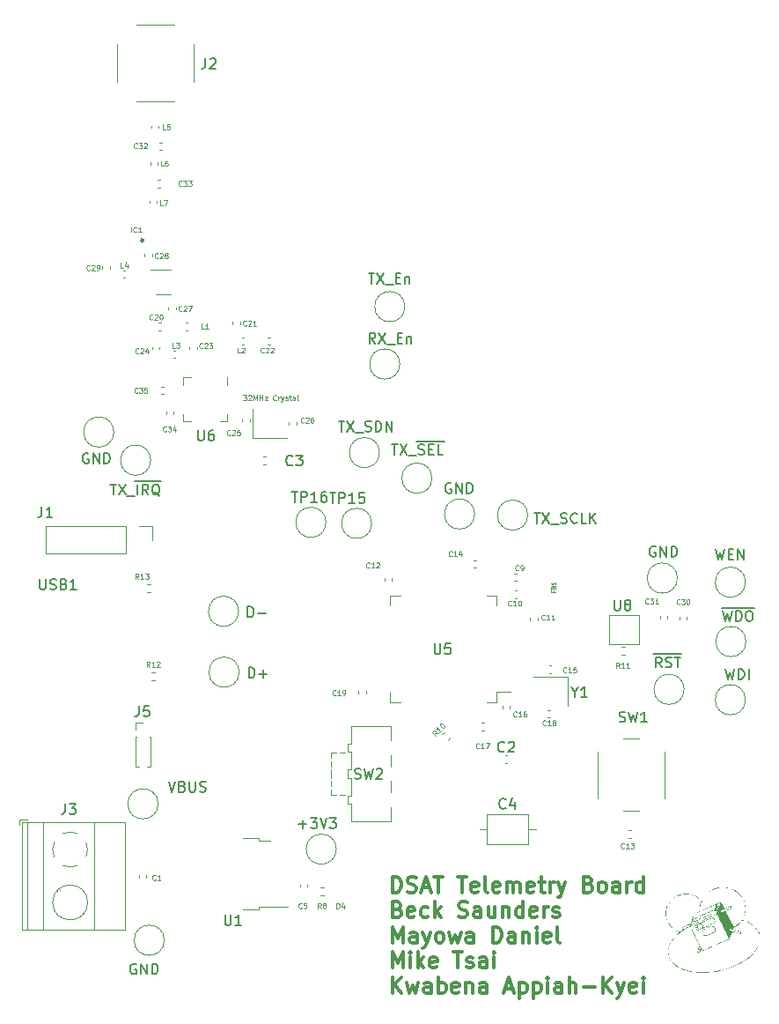
<source format=gbr>
%TF.GenerationSoftware,KiCad,Pcbnew,(6.0.6)*%
%TF.CreationDate,2023-03-24T13:47:12-05:00*%
%TF.ProjectId,DSAT_Telemetry_Board,44534154-5f54-4656-9c65-6d657472795f,rev?*%
%TF.SameCoordinates,Original*%
%TF.FileFunction,Legend,Top*%
%TF.FilePolarity,Positive*%
%FSLAX46Y46*%
G04 Gerber Fmt 4.6, Leading zero omitted, Abs format (unit mm)*
G04 Created by KiCad (PCBNEW (6.0.6)) date 2023-03-24 13:47:12*
%MOMM*%
%LPD*%
G01*
G04 APERTURE LIST*
%ADD10C,0.125000*%
%ADD11C,0.300000*%
%ADD12C,0.150000*%
%ADD13C,0.098425*%
%ADD14C,0.120000*%
%ADD15C,0.250000*%
%ADD16C,0.100000*%
G04 APERTURE END LIST*
D10*
X168907142Y-88826190D02*
X169216666Y-88826190D01*
X169050000Y-89016666D01*
X169121428Y-89016666D01*
X169169047Y-89040476D01*
X169192857Y-89064285D01*
X169216666Y-89111904D01*
X169216666Y-89230952D01*
X169192857Y-89278571D01*
X169169047Y-89302380D01*
X169121428Y-89326190D01*
X168978571Y-89326190D01*
X168930952Y-89302380D01*
X168907142Y-89278571D01*
X169407142Y-88873809D02*
X169430952Y-88850000D01*
X169478571Y-88826190D01*
X169597619Y-88826190D01*
X169645238Y-88850000D01*
X169669047Y-88873809D01*
X169692857Y-88921428D01*
X169692857Y-88969047D01*
X169669047Y-89040476D01*
X169383333Y-89326190D01*
X169692857Y-89326190D01*
X169907142Y-89326190D02*
X169907142Y-88826190D01*
X170073809Y-89183333D01*
X170240476Y-88826190D01*
X170240476Y-89326190D01*
X170478571Y-89326190D02*
X170478571Y-88826190D01*
X170478571Y-89064285D02*
X170764285Y-89064285D01*
X170764285Y-89326190D02*
X170764285Y-88826190D01*
X170954761Y-88992857D02*
X171216666Y-88992857D01*
X170954761Y-89326190D01*
X171216666Y-89326190D01*
X172073809Y-89278571D02*
X172050000Y-89302380D01*
X171978571Y-89326190D01*
X171930952Y-89326190D01*
X171859523Y-89302380D01*
X171811904Y-89254761D01*
X171788095Y-89207142D01*
X171764285Y-89111904D01*
X171764285Y-89040476D01*
X171788095Y-88945238D01*
X171811904Y-88897619D01*
X171859523Y-88850000D01*
X171930952Y-88826190D01*
X171978571Y-88826190D01*
X172050000Y-88850000D01*
X172073809Y-88873809D01*
X172288095Y-89326190D02*
X172288095Y-88992857D01*
X172288095Y-89088095D02*
X172311904Y-89040476D01*
X172335714Y-89016666D01*
X172383333Y-88992857D01*
X172430952Y-88992857D01*
X172550000Y-88992857D02*
X172669047Y-89326190D01*
X172788095Y-88992857D02*
X172669047Y-89326190D01*
X172621428Y-89445238D01*
X172597619Y-89469047D01*
X172550000Y-89492857D01*
X172954761Y-89302380D02*
X173002380Y-89326190D01*
X173097619Y-89326190D01*
X173145238Y-89302380D01*
X173169047Y-89254761D01*
X173169047Y-89230952D01*
X173145238Y-89183333D01*
X173097619Y-89159523D01*
X173026190Y-89159523D01*
X172978571Y-89135714D01*
X172954761Y-89088095D01*
X172954761Y-89064285D01*
X172978571Y-89016666D01*
X173026190Y-88992857D01*
X173097619Y-88992857D01*
X173145238Y-89016666D01*
X173311904Y-88992857D02*
X173502380Y-88992857D01*
X173383333Y-88826190D02*
X173383333Y-89254761D01*
X173407142Y-89302380D01*
X173454761Y-89326190D01*
X173502380Y-89326190D01*
X173883333Y-89326190D02*
X173883333Y-89064285D01*
X173859523Y-89016666D01*
X173811904Y-88992857D01*
X173716666Y-88992857D01*
X173669047Y-89016666D01*
X173883333Y-89302380D02*
X173835714Y-89326190D01*
X173716666Y-89326190D01*
X173669047Y-89302380D01*
X173645238Y-89254761D01*
X173645238Y-89207142D01*
X173669047Y-89159523D01*
X173716666Y-89135714D01*
X173835714Y-89135714D01*
X173883333Y-89111904D01*
X174192857Y-89326190D02*
X174145238Y-89302380D01*
X174121428Y-89254761D01*
X174121428Y-88826190D01*
D11*
X183252142Y-136598571D02*
X183252142Y-135098571D01*
X183609285Y-135098571D01*
X183823571Y-135170000D01*
X183966428Y-135312857D01*
X184037857Y-135455714D01*
X184109285Y-135741428D01*
X184109285Y-135955714D01*
X184037857Y-136241428D01*
X183966428Y-136384285D01*
X183823571Y-136527142D01*
X183609285Y-136598571D01*
X183252142Y-136598571D01*
X184680714Y-136527142D02*
X184895000Y-136598571D01*
X185252142Y-136598571D01*
X185395000Y-136527142D01*
X185466428Y-136455714D01*
X185537857Y-136312857D01*
X185537857Y-136170000D01*
X185466428Y-136027142D01*
X185395000Y-135955714D01*
X185252142Y-135884285D01*
X184966428Y-135812857D01*
X184823571Y-135741428D01*
X184752142Y-135670000D01*
X184680714Y-135527142D01*
X184680714Y-135384285D01*
X184752142Y-135241428D01*
X184823571Y-135170000D01*
X184966428Y-135098571D01*
X185323571Y-135098571D01*
X185537857Y-135170000D01*
X186109285Y-136170000D02*
X186823571Y-136170000D01*
X185966428Y-136598571D02*
X186466428Y-135098571D01*
X186966428Y-136598571D01*
X187252142Y-135098571D02*
X188109285Y-135098571D01*
X187680714Y-136598571D02*
X187680714Y-135098571D01*
X189537857Y-135098571D02*
X190395000Y-135098571D01*
X189966428Y-136598571D02*
X189966428Y-135098571D01*
X191466428Y-136527142D02*
X191323571Y-136598571D01*
X191037857Y-136598571D01*
X190895000Y-136527142D01*
X190823571Y-136384285D01*
X190823571Y-135812857D01*
X190895000Y-135670000D01*
X191037857Y-135598571D01*
X191323571Y-135598571D01*
X191466428Y-135670000D01*
X191537857Y-135812857D01*
X191537857Y-135955714D01*
X190823571Y-136098571D01*
X192395000Y-136598571D02*
X192252142Y-136527142D01*
X192180714Y-136384285D01*
X192180714Y-135098571D01*
X193537857Y-136527142D02*
X193395000Y-136598571D01*
X193109285Y-136598571D01*
X192966428Y-136527142D01*
X192895000Y-136384285D01*
X192895000Y-135812857D01*
X192966428Y-135670000D01*
X193109285Y-135598571D01*
X193395000Y-135598571D01*
X193537857Y-135670000D01*
X193609285Y-135812857D01*
X193609285Y-135955714D01*
X192895000Y-136098571D01*
X194252142Y-136598571D02*
X194252142Y-135598571D01*
X194252142Y-135741428D02*
X194323571Y-135670000D01*
X194466428Y-135598571D01*
X194680714Y-135598571D01*
X194823571Y-135670000D01*
X194895000Y-135812857D01*
X194895000Y-136598571D01*
X194895000Y-135812857D02*
X194966428Y-135670000D01*
X195109285Y-135598571D01*
X195323571Y-135598571D01*
X195466428Y-135670000D01*
X195537857Y-135812857D01*
X195537857Y-136598571D01*
X196823571Y-136527142D02*
X196680714Y-136598571D01*
X196395000Y-136598571D01*
X196252142Y-136527142D01*
X196180714Y-136384285D01*
X196180714Y-135812857D01*
X196252142Y-135670000D01*
X196395000Y-135598571D01*
X196680714Y-135598571D01*
X196823571Y-135670000D01*
X196895000Y-135812857D01*
X196895000Y-135955714D01*
X196180714Y-136098571D01*
X197323571Y-135598571D02*
X197895000Y-135598571D01*
X197537857Y-135098571D02*
X197537857Y-136384285D01*
X197609285Y-136527142D01*
X197752142Y-136598571D01*
X197895000Y-136598571D01*
X198395000Y-136598571D02*
X198395000Y-135598571D01*
X198395000Y-135884285D02*
X198466428Y-135741428D01*
X198537857Y-135670000D01*
X198680714Y-135598571D01*
X198823571Y-135598571D01*
X199180714Y-135598571D02*
X199537857Y-136598571D01*
X199895000Y-135598571D02*
X199537857Y-136598571D01*
X199395000Y-136955714D01*
X199323571Y-137027142D01*
X199180714Y-137098571D01*
X202109285Y-135812857D02*
X202323571Y-135884285D01*
X202395000Y-135955714D01*
X202466428Y-136098571D01*
X202466428Y-136312857D01*
X202395000Y-136455714D01*
X202323571Y-136527142D01*
X202180714Y-136598571D01*
X201609285Y-136598571D01*
X201609285Y-135098571D01*
X202109285Y-135098571D01*
X202252142Y-135170000D01*
X202323571Y-135241428D01*
X202395000Y-135384285D01*
X202395000Y-135527142D01*
X202323571Y-135670000D01*
X202252142Y-135741428D01*
X202109285Y-135812857D01*
X201609285Y-135812857D01*
X203323571Y-136598571D02*
X203180714Y-136527142D01*
X203109285Y-136455714D01*
X203037857Y-136312857D01*
X203037857Y-135884285D01*
X203109285Y-135741428D01*
X203180714Y-135670000D01*
X203323571Y-135598571D01*
X203537857Y-135598571D01*
X203680714Y-135670000D01*
X203752142Y-135741428D01*
X203823571Y-135884285D01*
X203823571Y-136312857D01*
X203752142Y-136455714D01*
X203680714Y-136527142D01*
X203537857Y-136598571D01*
X203323571Y-136598571D01*
X205109285Y-136598571D02*
X205109285Y-135812857D01*
X205037857Y-135670000D01*
X204895000Y-135598571D01*
X204609285Y-135598571D01*
X204466428Y-135670000D01*
X205109285Y-136527142D02*
X204966428Y-136598571D01*
X204609285Y-136598571D01*
X204466428Y-136527142D01*
X204395000Y-136384285D01*
X204395000Y-136241428D01*
X204466428Y-136098571D01*
X204609285Y-136027142D01*
X204966428Y-136027142D01*
X205109285Y-135955714D01*
X205823571Y-136598571D02*
X205823571Y-135598571D01*
X205823571Y-135884285D02*
X205895000Y-135741428D01*
X205966428Y-135670000D01*
X206109285Y-135598571D01*
X206252142Y-135598571D01*
X207395000Y-136598571D02*
X207395000Y-135098571D01*
X207395000Y-136527142D02*
X207252142Y-136598571D01*
X206966428Y-136598571D01*
X206823571Y-136527142D01*
X206752142Y-136455714D01*
X206680714Y-136312857D01*
X206680714Y-135884285D01*
X206752142Y-135741428D01*
X206823571Y-135670000D01*
X206966428Y-135598571D01*
X207252142Y-135598571D01*
X207395000Y-135670000D01*
X183752142Y-138227857D02*
X183966428Y-138299285D01*
X184037857Y-138370714D01*
X184109285Y-138513571D01*
X184109285Y-138727857D01*
X184037857Y-138870714D01*
X183966428Y-138942142D01*
X183823571Y-139013571D01*
X183252142Y-139013571D01*
X183252142Y-137513571D01*
X183752142Y-137513571D01*
X183895000Y-137585000D01*
X183966428Y-137656428D01*
X184037857Y-137799285D01*
X184037857Y-137942142D01*
X183966428Y-138085000D01*
X183895000Y-138156428D01*
X183752142Y-138227857D01*
X183252142Y-138227857D01*
X185323571Y-138942142D02*
X185180714Y-139013571D01*
X184895000Y-139013571D01*
X184752142Y-138942142D01*
X184680714Y-138799285D01*
X184680714Y-138227857D01*
X184752142Y-138085000D01*
X184895000Y-138013571D01*
X185180714Y-138013571D01*
X185323571Y-138085000D01*
X185395000Y-138227857D01*
X185395000Y-138370714D01*
X184680714Y-138513571D01*
X186680714Y-138942142D02*
X186537857Y-139013571D01*
X186252142Y-139013571D01*
X186109285Y-138942142D01*
X186037857Y-138870714D01*
X185966428Y-138727857D01*
X185966428Y-138299285D01*
X186037857Y-138156428D01*
X186109285Y-138085000D01*
X186252142Y-138013571D01*
X186537857Y-138013571D01*
X186680714Y-138085000D01*
X187323571Y-139013571D02*
X187323571Y-137513571D01*
X187466428Y-138442142D02*
X187895000Y-139013571D01*
X187895000Y-138013571D02*
X187323571Y-138585000D01*
X189609285Y-138942142D02*
X189823571Y-139013571D01*
X190180714Y-139013571D01*
X190323571Y-138942142D01*
X190395000Y-138870714D01*
X190466428Y-138727857D01*
X190466428Y-138585000D01*
X190395000Y-138442142D01*
X190323571Y-138370714D01*
X190180714Y-138299285D01*
X189895000Y-138227857D01*
X189752142Y-138156428D01*
X189680714Y-138085000D01*
X189609285Y-137942142D01*
X189609285Y-137799285D01*
X189680714Y-137656428D01*
X189752142Y-137585000D01*
X189895000Y-137513571D01*
X190252142Y-137513571D01*
X190466428Y-137585000D01*
X191752142Y-139013571D02*
X191752142Y-138227857D01*
X191680714Y-138085000D01*
X191537857Y-138013571D01*
X191252142Y-138013571D01*
X191109285Y-138085000D01*
X191752142Y-138942142D02*
X191609285Y-139013571D01*
X191252142Y-139013571D01*
X191109285Y-138942142D01*
X191037857Y-138799285D01*
X191037857Y-138656428D01*
X191109285Y-138513571D01*
X191252142Y-138442142D01*
X191609285Y-138442142D01*
X191752142Y-138370714D01*
X193109285Y-138013571D02*
X193109285Y-139013571D01*
X192466428Y-138013571D02*
X192466428Y-138799285D01*
X192537857Y-138942142D01*
X192680714Y-139013571D01*
X192895000Y-139013571D01*
X193037857Y-138942142D01*
X193109285Y-138870714D01*
X193823571Y-138013571D02*
X193823571Y-139013571D01*
X193823571Y-138156428D02*
X193895000Y-138085000D01*
X194037857Y-138013571D01*
X194252142Y-138013571D01*
X194395000Y-138085000D01*
X194466428Y-138227857D01*
X194466428Y-139013571D01*
X195823571Y-139013571D02*
X195823571Y-137513571D01*
X195823571Y-138942142D02*
X195680714Y-139013571D01*
X195395000Y-139013571D01*
X195252142Y-138942142D01*
X195180714Y-138870714D01*
X195109285Y-138727857D01*
X195109285Y-138299285D01*
X195180714Y-138156428D01*
X195252142Y-138085000D01*
X195395000Y-138013571D01*
X195680714Y-138013571D01*
X195823571Y-138085000D01*
X197109285Y-138942142D02*
X196966428Y-139013571D01*
X196680714Y-139013571D01*
X196537857Y-138942142D01*
X196466428Y-138799285D01*
X196466428Y-138227857D01*
X196537857Y-138085000D01*
X196680714Y-138013571D01*
X196966428Y-138013571D01*
X197109285Y-138085000D01*
X197180714Y-138227857D01*
X197180714Y-138370714D01*
X196466428Y-138513571D01*
X197823571Y-139013571D02*
X197823571Y-138013571D01*
X197823571Y-138299285D02*
X197895000Y-138156428D01*
X197966428Y-138085000D01*
X198109285Y-138013571D01*
X198252142Y-138013571D01*
X198680714Y-138942142D02*
X198823571Y-139013571D01*
X199109285Y-139013571D01*
X199252142Y-138942142D01*
X199323571Y-138799285D01*
X199323571Y-138727857D01*
X199252142Y-138585000D01*
X199109285Y-138513571D01*
X198895000Y-138513571D01*
X198752142Y-138442142D01*
X198680714Y-138299285D01*
X198680714Y-138227857D01*
X198752142Y-138085000D01*
X198895000Y-138013571D01*
X199109285Y-138013571D01*
X199252142Y-138085000D01*
X183252142Y-141428571D02*
X183252142Y-139928571D01*
X183752142Y-141000000D01*
X184252142Y-139928571D01*
X184252142Y-141428571D01*
X185609285Y-141428571D02*
X185609285Y-140642857D01*
X185537857Y-140500000D01*
X185395000Y-140428571D01*
X185109285Y-140428571D01*
X184966428Y-140500000D01*
X185609285Y-141357142D02*
X185466428Y-141428571D01*
X185109285Y-141428571D01*
X184966428Y-141357142D01*
X184895000Y-141214285D01*
X184895000Y-141071428D01*
X184966428Y-140928571D01*
X185109285Y-140857142D01*
X185466428Y-140857142D01*
X185609285Y-140785714D01*
X186180714Y-140428571D02*
X186537857Y-141428571D01*
X186895000Y-140428571D02*
X186537857Y-141428571D01*
X186395000Y-141785714D01*
X186323571Y-141857142D01*
X186180714Y-141928571D01*
X187680714Y-141428571D02*
X187537857Y-141357142D01*
X187466428Y-141285714D01*
X187395000Y-141142857D01*
X187395000Y-140714285D01*
X187466428Y-140571428D01*
X187537857Y-140500000D01*
X187680714Y-140428571D01*
X187895000Y-140428571D01*
X188037857Y-140500000D01*
X188109285Y-140571428D01*
X188180714Y-140714285D01*
X188180714Y-141142857D01*
X188109285Y-141285714D01*
X188037857Y-141357142D01*
X187895000Y-141428571D01*
X187680714Y-141428571D01*
X188680714Y-140428571D02*
X188966428Y-141428571D01*
X189252142Y-140714285D01*
X189537857Y-141428571D01*
X189823571Y-140428571D01*
X191037857Y-141428571D02*
X191037857Y-140642857D01*
X190966428Y-140500000D01*
X190823571Y-140428571D01*
X190537857Y-140428571D01*
X190395000Y-140500000D01*
X191037857Y-141357142D02*
X190895000Y-141428571D01*
X190537857Y-141428571D01*
X190395000Y-141357142D01*
X190323571Y-141214285D01*
X190323571Y-141071428D01*
X190395000Y-140928571D01*
X190537857Y-140857142D01*
X190895000Y-140857142D01*
X191037857Y-140785714D01*
X192895000Y-141428571D02*
X192895000Y-139928571D01*
X193252142Y-139928571D01*
X193466428Y-140000000D01*
X193609285Y-140142857D01*
X193680714Y-140285714D01*
X193752142Y-140571428D01*
X193752142Y-140785714D01*
X193680714Y-141071428D01*
X193609285Y-141214285D01*
X193466428Y-141357142D01*
X193252142Y-141428571D01*
X192895000Y-141428571D01*
X195037857Y-141428571D02*
X195037857Y-140642857D01*
X194966428Y-140500000D01*
X194823571Y-140428571D01*
X194537857Y-140428571D01*
X194395000Y-140500000D01*
X195037857Y-141357142D02*
X194895000Y-141428571D01*
X194537857Y-141428571D01*
X194395000Y-141357142D01*
X194323571Y-141214285D01*
X194323571Y-141071428D01*
X194395000Y-140928571D01*
X194537857Y-140857142D01*
X194895000Y-140857142D01*
X195037857Y-140785714D01*
X195752142Y-140428571D02*
X195752142Y-141428571D01*
X195752142Y-140571428D02*
X195823571Y-140500000D01*
X195966428Y-140428571D01*
X196180714Y-140428571D01*
X196323571Y-140500000D01*
X196395000Y-140642857D01*
X196395000Y-141428571D01*
X197109285Y-141428571D02*
X197109285Y-140428571D01*
X197109285Y-139928571D02*
X197037857Y-140000000D01*
X197109285Y-140071428D01*
X197180714Y-140000000D01*
X197109285Y-139928571D01*
X197109285Y-140071428D01*
X198395000Y-141357142D02*
X198252142Y-141428571D01*
X197966428Y-141428571D01*
X197823571Y-141357142D01*
X197752142Y-141214285D01*
X197752142Y-140642857D01*
X197823571Y-140500000D01*
X197966428Y-140428571D01*
X198252142Y-140428571D01*
X198395000Y-140500000D01*
X198466428Y-140642857D01*
X198466428Y-140785714D01*
X197752142Y-140928571D01*
X199323571Y-141428571D02*
X199180714Y-141357142D01*
X199109285Y-141214285D01*
X199109285Y-139928571D01*
X183252142Y-143843571D02*
X183252142Y-142343571D01*
X183752142Y-143415000D01*
X184252142Y-142343571D01*
X184252142Y-143843571D01*
X184966428Y-143843571D02*
X184966428Y-142843571D01*
X184966428Y-142343571D02*
X184895000Y-142415000D01*
X184966428Y-142486428D01*
X185037857Y-142415000D01*
X184966428Y-142343571D01*
X184966428Y-142486428D01*
X185680714Y-143843571D02*
X185680714Y-142343571D01*
X185823571Y-143272142D02*
X186252142Y-143843571D01*
X186252142Y-142843571D02*
X185680714Y-143415000D01*
X187466428Y-143772142D02*
X187323571Y-143843571D01*
X187037857Y-143843571D01*
X186895000Y-143772142D01*
X186823571Y-143629285D01*
X186823571Y-143057857D01*
X186895000Y-142915000D01*
X187037857Y-142843571D01*
X187323571Y-142843571D01*
X187466428Y-142915000D01*
X187537857Y-143057857D01*
X187537857Y-143200714D01*
X186823571Y-143343571D01*
X189109285Y-142343571D02*
X189966428Y-142343571D01*
X189537857Y-143843571D02*
X189537857Y-142343571D01*
X190395000Y-143772142D02*
X190537857Y-143843571D01*
X190823571Y-143843571D01*
X190966428Y-143772142D01*
X191037857Y-143629285D01*
X191037857Y-143557857D01*
X190966428Y-143415000D01*
X190823571Y-143343571D01*
X190609285Y-143343571D01*
X190466428Y-143272142D01*
X190395000Y-143129285D01*
X190395000Y-143057857D01*
X190466428Y-142915000D01*
X190609285Y-142843571D01*
X190823571Y-142843571D01*
X190966428Y-142915000D01*
X192323571Y-143843571D02*
X192323571Y-143057857D01*
X192252142Y-142915000D01*
X192109285Y-142843571D01*
X191823571Y-142843571D01*
X191680714Y-142915000D01*
X192323571Y-143772142D02*
X192180714Y-143843571D01*
X191823571Y-143843571D01*
X191680714Y-143772142D01*
X191609285Y-143629285D01*
X191609285Y-143486428D01*
X191680714Y-143343571D01*
X191823571Y-143272142D01*
X192180714Y-143272142D01*
X192323571Y-143200714D01*
X193037857Y-143843571D02*
X193037857Y-142843571D01*
X193037857Y-142343571D02*
X192966428Y-142415000D01*
X193037857Y-142486428D01*
X193109285Y-142415000D01*
X193037857Y-142343571D01*
X193037857Y-142486428D01*
X183252142Y-146258571D02*
X183252142Y-144758571D01*
X184109285Y-146258571D02*
X183466428Y-145401428D01*
X184109285Y-144758571D02*
X183252142Y-145615714D01*
X184609285Y-145258571D02*
X184895000Y-146258571D01*
X185180714Y-145544285D01*
X185466428Y-146258571D01*
X185752142Y-145258571D01*
X186966428Y-146258571D02*
X186966428Y-145472857D01*
X186895000Y-145330000D01*
X186752142Y-145258571D01*
X186466428Y-145258571D01*
X186323571Y-145330000D01*
X186966428Y-146187142D02*
X186823571Y-146258571D01*
X186466428Y-146258571D01*
X186323571Y-146187142D01*
X186252142Y-146044285D01*
X186252142Y-145901428D01*
X186323571Y-145758571D01*
X186466428Y-145687142D01*
X186823571Y-145687142D01*
X186966428Y-145615714D01*
X187680714Y-146258571D02*
X187680714Y-144758571D01*
X187680714Y-145330000D02*
X187823571Y-145258571D01*
X188109285Y-145258571D01*
X188252142Y-145330000D01*
X188323571Y-145401428D01*
X188395000Y-145544285D01*
X188395000Y-145972857D01*
X188323571Y-146115714D01*
X188252142Y-146187142D01*
X188109285Y-146258571D01*
X187823571Y-146258571D01*
X187680714Y-146187142D01*
X189609285Y-146187142D02*
X189466428Y-146258571D01*
X189180714Y-146258571D01*
X189037857Y-146187142D01*
X188966428Y-146044285D01*
X188966428Y-145472857D01*
X189037857Y-145330000D01*
X189180714Y-145258571D01*
X189466428Y-145258571D01*
X189609285Y-145330000D01*
X189680714Y-145472857D01*
X189680714Y-145615714D01*
X188966428Y-145758571D01*
X190323571Y-145258571D02*
X190323571Y-146258571D01*
X190323571Y-145401428D02*
X190395000Y-145330000D01*
X190537857Y-145258571D01*
X190752142Y-145258571D01*
X190895000Y-145330000D01*
X190966428Y-145472857D01*
X190966428Y-146258571D01*
X192323571Y-146258571D02*
X192323571Y-145472857D01*
X192252142Y-145330000D01*
X192109285Y-145258571D01*
X191823571Y-145258571D01*
X191680714Y-145330000D01*
X192323571Y-146187142D02*
X192180714Y-146258571D01*
X191823571Y-146258571D01*
X191680714Y-146187142D01*
X191609285Y-146044285D01*
X191609285Y-145901428D01*
X191680714Y-145758571D01*
X191823571Y-145687142D01*
X192180714Y-145687142D01*
X192323571Y-145615714D01*
X194109285Y-145830000D02*
X194823571Y-145830000D01*
X193966428Y-146258571D02*
X194466428Y-144758571D01*
X194966428Y-146258571D01*
X195466428Y-145258571D02*
X195466428Y-146758571D01*
X195466428Y-145330000D02*
X195609285Y-145258571D01*
X195895000Y-145258571D01*
X196037857Y-145330000D01*
X196109285Y-145401428D01*
X196180714Y-145544285D01*
X196180714Y-145972857D01*
X196109285Y-146115714D01*
X196037857Y-146187142D01*
X195895000Y-146258571D01*
X195609285Y-146258571D01*
X195466428Y-146187142D01*
X196823571Y-145258571D02*
X196823571Y-146758571D01*
X196823571Y-145330000D02*
X196966428Y-145258571D01*
X197252142Y-145258571D01*
X197395000Y-145330000D01*
X197466428Y-145401428D01*
X197537857Y-145544285D01*
X197537857Y-145972857D01*
X197466428Y-146115714D01*
X197395000Y-146187142D01*
X197252142Y-146258571D01*
X196966428Y-146258571D01*
X196823571Y-146187142D01*
X198180714Y-146258571D02*
X198180714Y-145258571D01*
X198180714Y-144758571D02*
X198109285Y-144830000D01*
X198180714Y-144901428D01*
X198252142Y-144830000D01*
X198180714Y-144758571D01*
X198180714Y-144901428D01*
X199537857Y-146258571D02*
X199537857Y-145472857D01*
X199466428Y-145330000D01*
X199323571Y-145258571D01*
X199037857Y-145258571D01*
X198895000Y-145330000D01*
X199537857Y-146187142D02*
X199395000Y-146258571D01*
X199037857Y-146258571D01*
X198895000Y-146187142D01*
X198823571Y-146044285D01*
X198823571Y-145901428D01*
X198895000Y-145758571D01*
X199037857Y-145687142D01*
X199395000Y-145687142D01*
X199537857Y-145615714D01*
X200252142Y-146258571D02*
X200252142Y-144758571D01*
X200895000Y-146258571D02*
X200895000Y-145472857D01*
X200823571Y-145330000D01*
X200680714Y-145258571D01*
X200466428Y-145258571D01*
X200323571Y-145330000D01*
X200252142Y-145401428D01*
X201609285Y-145687142D02*
X202752142Y-145687142D01*
X203466428Y-146258571D02*
X203466428Y-144758571D01*
X204323571Y-146258571D02*
X203680714Y-145401428D01*
X204323571Y-144758571D02*
X203466428Y-145615714D01*
X204823571Y-145258571D02*
X205180714Y-146258571D01*
X205537857Y-145258571D02*
X205180714Y-146258571D01*
X205037857Y-146615714D01*
X204966428Y-146687142D01*
X204823571Y-146758571D01*
X206680714Y-146187142D02*
X206537857Y-146258571D01*
X206252142Y-146258571D01*
X206109285Y-146187142D01*
X206037857Y-146044285D01*
X206037857Y-145472857D01*
X206109285Y-145330000D01*
X206252142Y-145258571D01*
X206537857Y-145258571D01*
X206680714Y-145330000D01*
X206752142Y-145472857D01*
X206752142Y-145615714D01*
X206037857Y-145758571D01*
X207395000Y-146258571D02*
X207395000Y-145258571D01*
X207395000Y-144758571D02*
X207323571Y-144830000D01*
X207395000Y-144901428D01*
X207466428Y-144830000D01*
X207395000Y-144758571D01*
X207395000Y-144901428D01*
D12*
%TO.C,U1*%
X167138095Y-138752380D02*
X167138095Y-139561904D01*
X167185714Y-139657142D01*
X167233333Y-139704761D01*
X167328571Y-139752380D01*
X167519047Y-139752380D01*
X167614285Y-139704761D01*
X167661904Y-139657142D01*
X167709523Y-139561904D01*
X167709523Y-138752380D01*
X168709523Y-139752380D02*
X168138095Y-139752380D01*
X168423809Y-139752380D02*
X168423809Y-138752380D01*
X168328571Y-138895238D01*
X168233333Y-138990476D01*
X168138095Y-139038095D01*
D10*
%TO.C,C32*%
X158678571Y-65078571D02*
X158654761Y-65102380D01*
X158583333Y-65126190D01*
X158535714Y-65126190D01*
X158464285Y-65102380D01*
X158416666Y-65054761D01*
X158392857Y-65007142D01*
X158369047Y-64911904D01*
X158369047Y-64840476D01*
X158392857Y-64745238D01*
X158416666Y-64697619D01*
X158464285Y-64650000D01*
X158535714Y-64626190D01*
X158583333Y-64626190D01*
X158654761Y-64650000D01*
X158678571Y-64673809D01*
X158845238Y-64626190D02*
X159154761Y-64626190D01*
X158988095Y-64816666D01*
X159059523Y-64816666D01*
X159107142Y-64840476D01*
X159130952Y-64864285D01*
X159154761Y-64911904D01*
X159154761Y-65030952D01*
X159130952Y-65078571D01*
X159107142Y-65102380D01*
X159059523Y-65126190D01*
X158916666Y-65126190D01*
X158869047Y-65102380D01*
X158845238Y-65078571D01*
X159345238Y-64673809D02*
X159369047Y-64650000D01*
X159416666Y-64626190D01*
X159535714Y-64626190D01*
X159583333Y-64650000D01*
X159607142Y-64673809D01*
X159630952Y-64721428D01*
X159630952Y-64769047D01*
X159607142Y-64840476D01*
X159321428Y-65126190D01*
X159630952Y-65126190D01*
D12*
%TO.C,TX_~{SEL}*%
X183175016Y-93560380D02*
X183746445Y-93560380D01*
X183460730Y-94560380D02*
X183460730Y-93560380D01*
X183984540Y-93560380D02*
X184651207Y-94560380D01*
X184651207Y-93560380D02*
X183984540Y-94560380D01*
X184794064Y-94655619D02*
X185555968Y-94655619D01*
X185555968Y-93278000D02*
X186508349Y-93278000D01*
X185746445Y-94512761D02*
X185889302Y-94560380D01*
X186127397Y-94560380D01*
X186222635Y-94512761D01*
X186270254Y-94465142D01*
X186317873Y-94369904D01*
X186317873Y-94274666D01*
X186270254Y-94179428D01*
X186222635Y-94131809D01*
X186127397Y-94084190D01*
X185936921Y-94036571D01*
X185841683Y-93988952D01*
X185794064Y-93941333D01*
X185746445Y-93846095D01*
X185746445Y-93750857D01*
X185794064Y-93655619D01*
X185841683Y-93608000D01*
X185936921Y-93560380D01*
X186175016Y-93560380D01*
X186317873Y-93608000D01*
X186508349Y-93278000D02*
X187413111Y-93278000D01*
X186746445Y-94036571D02*
X187079778Y-94036571D01*
X187222635Y-94560380D02*
X186746445Y-94560380D01*
X186746445Y-93560380D01*
X187222635Y-93560380D01*
X187413111Y-93278000D02*
X188222635Y-93278000D01*
X188127397Y-94560380D02*
X187651207Y-94560380D01*
X187651207Y-93560380D01*
D10*
%TO.C,C18*%
X197996071Y-120528571D02*
X197972261Y-120552380D01*
X197900833Y-120576190D01*
X197853214Y-120576190D01*
X197781785Y-120552380D01*
X197734166Y-120504761D01*
X197710357Y-120457142D01*
X197686547Y-120361904D01*
X197686547Y-120290476D01*
X197710357Y-120195238D01*
X197734166Y-120147619D01*
X197781785Y-120100000D01*
X197853214Y-120076190D01*
X197900833Y-120076190D01*
X197972261Y-120100000D01*
X197996071Y-120123809D01*
X198472261Y-120576190D02*
X198186547Y-120576190D01*
X198329404Y-120576190D02*
X198329404Y-120076190D01*
X198281785Y-120147619D01*
X198234166Y-120195238D01*
X198186547Y-120219047D01*
X198757976Y-120290476D02*
X198710357Y-120266666D01*
X198686547Y-120242857D01*
X198662738Y-120195238D01*
X198662738Y-120171428D01*
X198686547Y-120123809D01*
X198710357Y-120100000D01*
X198757976Y-120076190D01*
X198853214Y-120076190D01*
X198900833Y-120100000D01*
X198924642Y-120123809D01*
X198948452Y-120171428D01*
X198948452Y-120195238D01*
X198924642Y-120242857D01*
X198900833Y-120266666D01*
X198853214Y-120290476D01*
X198757976Y-120290476D01*
X198710357Y-120314285D01*
X198686547Y-120338095D01*
X198662738Y-120385714D01*
X198662738Y-120480952D01*
X198686547Y-120528571D01*
X198710357Y-120552380D01*
X198757976Y-120576190D01*
X198853214Y-120576190D01*
X198900833Y-120552380D01*
X198924642Y-120528571D01*
X198948452Y-120480952D01*
X198948452Y-120385714D01*
X198924642Y-120338095D01*
X198900833Y-120314285D01*
X198853214Y-120290476D01*
%TO.C,C17*%
X191578571Y-122728571D02*
X191554761Y-122752380D01*
X191483333Y-122776190D01*
X191435714Y-122776190D01*
X191364285Y-122752380D01*
X191316666Y-122704761D01*
X191292857Y-122657142D01*
X191269047Y-122561904D01*
X191269047Y-122490476D01*
X191292857Y-122395238D01*
X191316666Y-122347619D01*
X191364285Y-122300000D01*
X191435714Y-122276190D01*
X191483333Y-122276190D01*
X191554761Y-122300000D01*
X191578571Y-122323809D01*
X192054761Y-122776190D02*
X191769047Y-122776190D01*
X191911904Y-122776190D02*
X191911904Y-122276190D01*
X191864285Y-122347619D01*
X191816666Y-122395238D01*
X191769047Y-122419047D01*
X192221428Y-122276190D02*
X192554761Y-122276190D01*
X192340476Y-122776190D01*
D12*
%TO.C,TX_~{IRQ}*%
X156095238Y-97402380D02*
X156666666Y-97402380D01*
X156380952Y-98402380D02*
X156380952Y-97402380D01*
X156904761Y-97402380D02*
X157571428Y-98402380D01*
X157571428Y-97402380D02*
X156904761Y-98402380D01*
X157714285Y-98497619D02*
X158476190Y-98497619D01*
X158476190Y-97120000D02*
X158952380Y-97120000D01*
X158714285Y-98402380D02*
X158714285Y-97402380D01*
X158952380Y-97120000D02*
X159952380Y-97120000D01*
X159761904Y-98402380D02*
X159428571Y-97926190D01*
X159190476Y-98402380D02*
X159190476Y-97402380D01*
X159571428Y-97402380D01*
X159666666Y-97450000D01*
X159714285Y-97497619D01*
X159761904Y-97592857D01*
X159761904Y-97735714D01*
X159714285Y-97830952D01*
X159666666Y-97878571D01*
X159571428Y-97926190D01*
X159190476Y-97926190D01*
X159952380Y-97120000D02*
X161000000Y-97120000D01*
X160857142Y-98497619D02*
X160761904Y-98450000D01*
X160666666Y-98354761D01*
X160523809Y-98211904D01*
X160428571Y-98164285D01*
X160333333Y-98164285D01*
X160380952Y-98402380D02*
X160285714Y-98354761D01*
X160190476Y-98259523D01*
X160142857Y-98069047D01*
X160142857Y-97735714D01*
X160190476Y-97545238D01*
X160285714Y-97450000D01*
X160380952Y-97402380D01*
X160571428Y-97402380D01*
X160666666Y-97450000D01*
X160761904Y-97545238D01*
X160809523Y-97735714D01*
X160809523Y-98069047D01*
X160761904Y-98259523D01*
X160666666Y-98354761D01*
X160571428Y-98402380D01*
X160380952Y-98402380D01*
D10*
%TO.C,C28*%
X160678571Y-75628571D02*
X160654761Y-75652380D01*
X160583333Y-75676190D01*
X160535714Y-75676190D01*
X160464285Y-75652380D01*
X160416666Y-75604761D01*
X160392857Y-75557142D01*
X160369047Y-75461904D01*
X160369047Y-75390476D01*
X160392857Y-75295238D01*
X160416666Y-75247619D01*
X160464285Y-75200000D01*
X160535714Y-75176190D01*
X160583333Y-75176190D01*
X160654761Y-75200000D01*
X160678571Y-75223809D01*
X160869047Y-75223809D02*
X160892857Y-75200000D01*
X160940476Y-75176190D01*
X161059523Y-75176190D01*
X161107142Y-75200000D01*
X161130952Y-75223809D01*
X161154761Y-75271428D01*
X161154761Y-75319047D01*
X161130952Y-75390476D01*
X160845238Y-75676190D01*
X161154761Y-75676190D01*
X161440476Y-75390476D02*
X161392857Y-75366666D01*
X161369047Y-75342857D01*
X161345238Y-75295238D01*
X161345238Y-75271428D01*
X161369047Y-75223809D01*
X161392857Y-75200000D01*
X161440476Y-75176190D01*
X161535714Y-75176190D01*
X161583333Y-75200000D01*
X161607142Y-75223809D01*
X161630952Y-75271428D01*
X161630952Y-75295238D01*
X161607142Y-75342857D01*
X161583333Y-75366666D01*
X161535714Y-75390476D01*
X161440476Y-75390476D01*
X161392857Y-75414285D01*
X161369047Y-75438095D01*
X161345238Y-75485714D01*
X161345238Y-75580952D01*
X161369047Y-75628571D01*
X161392857Y-75652380D01*
X161440476Y-75676190D01*
X161535714Y-75676190D01*
X161583333Y-75652380D01*
X161607142Y-75628571D01*
X161630952Y-75580952D01*
X161630952Y-75485714D01*
X161607142Y-75438095D01*
X161583333Y-75414285D01*
X161535714Y-75390476D01*
%TO.C,C15*%
X199978571Y-115428571D02*
X199954761Y-115452380D01*
X199883333Y-115476190D01*
X199835714Y-115476190D01*
X199764285Y-115452380D01*
X199716666Y-115404761D01*
X199692857Y-115357142D01*
X199669047Y-115261904D01*
X199669047Y-115190476D01*
X199692857Y-115095238D01*
X199716666Y-115047619D01*
X199764285Y-115000000D01*
X199835714Y-114976190D01*
X199883333Y-114976190D01*
X199954761Y-115000000D01*
X199978571Y-115023809D01*
X200454761Y-115476190D02*
X200169047Y-115476190D01*
X200311904Y-115476190D02*
X200311904Y-114976190D01*
X200264285Y-115047619D01*
X200216666Y-115095238D01*
X200169047Y-115119047D01*
X200907142Y-114976190D02*
X200669047Y-114976190D01*
X200645238Y-115214285D01*
X200669047Y-115190476D01*
X200716666Y-115166666D01*
X200835714Y-115166666D01*
X200883333Y-115190476D01*
X200907142Y-115214285D01*
X200930952Y-115261904D01*
X200930952Y-115380952D01*
X200907142Y-115428571D01*
X200883333Y-115452380D01*
X200835714Y-115476190D01*
X200716666Y-115476190D01*
X200669047Y-115452380D01*
X200645238Y-115428571D01*
D12*
%TO.C,~{RST}*%
X208342857Y-113720000D02*
X209342857Y-113720000D01*
X209152380Y-115002380D02*
X208819047Y-114526190D01*
X208580952Y-115002380D02*
X208580952Y-114002380D01*
X208961904Y-114002380D01*
X209057142Y-114050000D01*
X209104761Y-114097619D01*
X209152380Y-114192857D01*
X209152380Y-114335714D01*
X209104761Y-114430952D01*
X209057142Y-114478571D01*
X208961904Y-114526190D01*
X208580952Y-114526190D01*
X209342857Y-113720000D02*
X210295238Y-113720000D01*
X209533333Y-114954761D02*
X209676190Y-115002380D01*
X209914285Y-115002380D01*
X210009523Y-114954761D01*
X210057142Y-114907142D01*
X210104761Y-114811904D01*
X210104761Y-114716666D01*
X210057142Y-114621428D01*
X210009523Y-114573809D01*
X209914285Y-114526190D01*
X209723809Y-114478571D01*
X209628571Y-114430952D01*
X209580952Y-114383333D01*
X209533333Y-114288095D01*
X209533333Y-114192857D01*
X209580952Y-114097619D01*
X209628571Y-114050000D01*
X209723809Y-114002380D01*
X209961904Y-114002380D01*
X210104761Y-114050000D01*
X210295238Y-113720000D02*
X211057142Y-113720000D01*
X210390476Y-114002380D02*
X210961904Y-114002380D01*
X210676190Y-115002380D02*
X210676190Y-114002380D01*
D10*
%TO.C,C27*%
X162978571Y-80728571D02*
X162954761Y-80752380D01*
X162883333Y-80776190D01*
X162835714Y-80776190D01*
X162764285Y-80752380D01*
X162716666Y-80704761D01*
X162692857Y-80657142D01*
X162669047Y-80561904D01*
X162669047Y-80490476D01*
X162692857Y-80395238D01*
X162716666Y-80347619D01*
X162764285Y-80300000D01*
X162835714Y-80276190D01*
X162883333Y-80276190D01*
X162954761Y-80300000D01*
X162978571Y-80323809D01*
X163169047Y-80323809D02*
X163192857Y-80300000D01*
X163240476Y-80276190D01*
X163359523Y-80276190D01*
X163407142Y-80300000D01*
X163430952Y-80323809D01*
X163454761Y-80371428D01*
X163454761Y-80419047D01*
X163430952Y-80490476D01*
X163145238Y-80776190D01*
X163454761Y-80776190D01*
X163621428Y-80276190D02*
X163954761Y-80276190D01*
X163740476Y-80776190D01*
%TO.C,L3*%
X162316666Y-84276190D02*
X162078571Y-84276190D01*
X162078571Y-83776190D01*
X162435714Y-83776190D02*
X162745238Y-83776190D01*
X162578571Y-83966666D01*
X162650000Y-83966666D01*
X162697619Y-83990476D01*
X162721428Y-84014285D01*
X162745238Y-84061904D01*
X162745238Y-84180952D01*
X162721428Y-84228571D01*
X162697619Y-84252380D01*
X162650000Y-84276190D01*
X162507142Y-84276190D01*
X162459523Y-84252380D01*
X162435714Y-84228571D01*
D12*
%TO.C,U5*%
X187288095Y-112702380D02*
X187288095Y-113511904D01*
X187335714Y-113607142D01*
X187383333Y-113654761D01*
X187478571Y-113702380D01*
X187669047Y-113702380D01*
X187764285Y-113654761D01*
X187811904Y-113607142D01*
X187859523Y-113511904D01*
X187859523Y-112702380D01*
X188811904Y-112702380D02*
X188335714Y-112702380D01*
X188288095Y-113178571D01*
X188335714Y-113130952D01*
X188430952Y-113083333D01*
X188669047Y-113083333D01*
X188764285Y-113130952D01*
X188811904Y-113178571D01*
X188859523Y-113273809D01*
X188859523Y-113511904D01*
X188811904Y-113607142D01*
X188764285Y-113654761D01*
X188669047Y-113702380D01*
X188430952Y-113702380D01*
X188335714Y-113654761D01*
X188288095Y-113607142D01*
D10*
%TO.C,R10*%
X187632656Y-121337225D02*
X187346446Y-121286717D01*
X187430625Y-121539255D02*
X187077072Y-121185702D01*
X187211759Y-121051015D01*
X187262267Y-121034179D01*
X187295938Y-121034179D01*
X187346446Y-121051015D01*
X187396954Y-121101522D01*
X187413790Y-121152030D01*
X187413790Y-121185702D01*
X187396954Y-121236209D01*
X187262267Y-121370896D01*
X187969374Y-121000507D02*
X187767343Y-121202538D01*
X187868358Y-121101522D02*
X187514805Y-120747969D01*
X187531641Y-120832148D01*
X187531641Y-120899492D01*
X187514805Y-120950000D01*
X187834687Y-120428087D02*
X187868358Y-120394416D01*
X187918866Y-120377580D01*
X187952538Y-120377580D01*
X188003045Y-120394416D01*
X188087225Y-120444923D01*
X188171404Y-120529103D01*
X188221912Y-120613282D01*
X188238748Y-120663790D01*
X188238748Y-120697461D01*
X188221912Y-120747969D01*
X188188240Y-120781641D01*
X188137732Y-120798477D01*
X188104061Y-120798477D01*
X188053553Y-120781641D01*
X187969374Y-120731133D01*
X187885194Y-120646954D01*
X187834687Y-120562774D01*
X187817851Y-120512267D01*
X187817851Y-120478595D01*
X187834687Y-120428087D01*
%TO.C,R11*%
X205078571Y-115026190D02*
X204911904Y-114788095D01*
X204792857Y-115026190D02*
X204792857Y-114526190D01*
X204983333Y-114526190D01*
X205030952Y-114550000D01*
X205054761Y-114573809D01*
X205078571Y-114621428D01*
X205078571Y-114692857D01*
X205054761Y-114740476D01*
X205030952Y-114764285D01*
X204983333Y-114788095D01*
X204792857Y-114788095D01*
X205554761Y-115026190D02*
X205269047Y-115026190D01*
X205411904Y-115026190D02*
X205411904Y-114526190D01*
X205364285Y-114597619D01*
X205316666Y-114645238D01*
X205269047Y-114669047D01*
X206030952Y-115026190D02*
X205745238Y-115026190D01*
X205888095Y-115026190D02*
X205888095Y-114526190D01*
X205840476Y-114597619D01*
X205792857Y-114645238D01*
X205745238Y-114669047D01*
D12*
%TO.C,USB1*%
X149311904Y-106502380D02*
X149311904Y-107311904D01*
X149359523Y-107407142D01*
X149407142Y-107454761D01*
X149502380Y-107502380D01*
X149692857Y-107502380D01*
X149788095Y-107454761D01*
X149835714Y-107407142D01*
X149883333Y-107311904D01*
X149883333Y-106502380D01*
X150311904Y-107454761D02*
X150454761Y-107502380D01*
X150692857Y-107502380D01*
X150788095Y-107454761D01*
X150835714Y-107407142D01*
X150883333Y-107311904D01*
X150883333Y-107216666D01*
X150835714Y-107121428D01*
X150788095Y-107073809D01*
X150692857Y-107026190D01*
X150502380Y-106978571D01*
X150407142Y-106930952D01*
X150359523Y-106883333D01*
X150311904Y-106788095D01*
X150311904Y-106692857D01*
X150359523Y-106597619D01*
X150407142Y-106550000D01*
X150502380Y-106502380D01*
X150740476Y-106502380D01*
X150883333Y-106550000D01*
X151645238Y-106978571D02*
X151788095Y-107026190D01*
X151835714Y-107073809D01*
X151883333Y-107169047D01*
X151883333Y-107311904D01*
X151835714Y-107407142D01*
X151788095Y-107454761D01*
X151692857Y-107502380D01*
X151311904Y-107502380D01*
X151311904Y-106502380D01*
X151645238Y-106502380D01*
X151740476Y-106550000D01*
X151788095Y-106597619D01*
X151835714Y-106692857D01*
X151835714Y-106788095D01*
X151788095Y-106883333D01*
X151740476Y-106930952D01*
X151645238Y-106978571D01*
X151311904Y-106978571D01*
X152835714Y-107502380D02*
X152264285Y-107502380D01*
X152550000Y-107502380D02*
X152550000Y-106502380D01*
X152454761Y-106645238D01*
X152359523Y-106740476D01*
X152264285Y-106788095D01*
D10*
%TO.C,L6*%
X161216666Y-66826190D02*
X160978571Y-66826190D01*
X160978571Y-66326190D01*
X161597619Y-66326190D02*
X161502380Y-66326190D01*
X161454761Y-66350000D01*
X161430952Y-66373809D01*
X161383333Y-66445238D01*
X161359523Y-66540476D01*
X161359523Y-66730952D01*
X161383333Y-66778571D01*
X161407142Y-66802380D01*
X161454761Y-66826190D01*
X161550000Y-66826190D01*
X161597619Y-66802380D01*
X161621428Y-66778571D01*
X161645238Y-66730952D01*
X161645238Y-66611904D01*
X161621428Y-66564285D01*
X161597619Y-66540476D01*
X161550000Y-66516666D01*
X161454761Y-66516666D01*
X161407142Y-66540476D01*
X161383333Y-66564285D01*
X161359523Y-66611904D01*
D12*
%TO.C,U8*%
X204588095Y-108502380D02*
X204588095Y-109311904D01*
X204635714Y-109407142D01*
X204683333Y-109454761D01*
X204778571Y-109502380D01*
X204969047Y-109502380D01*
X205064285Y-109454761D01*
X205111904Y-109407142D01*
X205159523Y-109311904D01*
X205159523Y-108502380D01*
X205778571Y-108930952D02*
X205683333Y-108883333D01*
X205635714Y-108835714D01*
X205588095Y-108740476D01*
X205588095Y-108692857D01*
X205635714Y-108597619D01*
X205683333Y-108550000D01*
X205778571Y-108502380D01*
X205969047Y-108502380D01*
X206064285Y-108550000D01*
X206111904Y-108597619D01*
X206159523Y-108692857D01*
X206159523Y-108740476D01*
X206111904Y-108835714D01*
X206064285Y-108883333D01*
X205969047Y-108930952D01*
X205778571Y-108930952D01*
X205683333Y-108978571D01*
X205635714Y-109026190D01*
X205588095Y-109121428D01*
X205588095Y-109311904D01*
X205635714Y-109407142D01*
X205683333Y-109454761D01*
X205778571Y-109502380D01*
X205969047Y-109502380D01*
X206064285Y-109454761D01*
X206111904Y-109407142D01*
X206159523Y-109311904D01*
X206159523Y-109121428D01*
X206111904Y-109026190D01*
X206064285Y-108978571D01*
X205969047Y-108930952D01*
%TO.C,U6*%
X164538095Y-92202380D02*
X164538095Y-93011904D01*
X164585714Y-93107142D01*
X164633333Y-93154761D01*
X164728571Y-93202380D01*
X164919047Y-93202380D01*
X165014285Y-93154761D01*
X165061904Y-93107142D01*
X165109523Y-93011904D01*
X165109523Y-92202380D01*
X166014285Y-92202380D02*
X165823809Y-92202380D01*
X165728571Y-92250000D01*
X165680952Y-92297619D01*
X165585714Y-92440476D01*
X165538095Y-92630952D01*
X165538095Y-93011904D01*
X165585714Y-93107142D01*
X165633333Y-93154761D01*
X165728571Y-93202380D01*
X165919047Y-93202380D01*
X166014285Y-93154761D01*
X166061904Y-93107142D01*
X166109523Y-93011904D01*
X166109523Y-92773809D01*
X166061904Y-92678571D01*
X166014285Y-92630952D01*
X165919047Y-92583333D01*
X165728571Y-92583333D01*
X165633333Y-92630952D01*
X165585714Y-92678571D01*
X165538095Y-92773809D01*
D10*
%TO.C,C16*%
X195178571Y-119678571D02*
X195154761Y-119702380D01*
X195083333Y-119726190D01*
X195035714Y-119726190D01*
X194964285Y-119702380D01*
X194916666Y-119654761D01*
X194892857Y-119607142D01*
X194869047Y-119511904D01*
X194869047Y-119440476D01*
X194892857Y-119345238D01*
X194916666Y-119297619D01*
X194964285Y-119250000D01*
X195035714Y-119226190D01*
X195083333Y-119226190D01*
X195154761Y-119250000D01*
X195178571Y-119273809D01*
X195654761Y-119726190D02*
X195369047Y-119726190D01*
X195511904Y-119726190D02*
X195511904Y-119226190D01*
X195464285Y-119297619D01*
X195416666Y-119345238D01*
X195369047Y-119369047D01*
X196083333Y-119226190D02*
X195988095Y-119226190D01*
X195940476Y-119250000D01*
X195916666Y-119273809D01*
X195869047Y-119345238D01*
X195845238Y-119440476D01*
X195845238Y-119630952D01*
X195869047Y-119678571D01*
X195892857Y-119702380D01*
X195940476Y-119726190D01*
X196035714Y-119726190D01*
X196083333Y-119702380D01*
X196107142Y-119678571D01*
X196130952Y-119630952D01*
X196130952Y-119511904D01*
X196107142Y-119464285D01*
X196083333Y-119440476D01*
X196035714Y-119416666D01*
X195940476Y-119416666D01*
X195892857Y-119440476D01*
X195869047Y-119464285D01*
X195845238Y-119511904D01*
%TO.C,C30*%
X210878571Y-108878571D02*
X210854761Y-108902380D01*
X210783333Y-108926190D01*
X210735714Y-108926190D01*
X210664285Y-108902380D01*
X210616666Y-108854761D01*
X210592857Y-108807142D01*
X210569047Y-108711904D01*
X210569047Y-108640476D01*
X210592857Y-108545238D01*
X210616666Y-108497619D01*
X210664285Y-108450000D01*
X210735714Y-108426190D01*
X210783333Y-108426190D01*
X210854761Y-108450000D01*
X210878571Y-108473809D01*
X211045238Y-108426190D02*
X211354761Y-108426190D01*
X211188095Y-108616666D01*
X211259523Y-108616666D01*
X211307142Y-108640476D01*
X211330952Y-108664285D01*
X211354761Y-108711904D01*
X211354761Y-108830952D01*
X211330952Y-108878571D01*
X211307142Y-108902380D01*
X211259523Y-108926190D01*
X211116666Y-108926190D01*
X211069047Y-108902380D01*
X211045238Y-108878571D01*
X211664285Y-108426190D02*
X211711904Y-108426190D01*
X211759523Y-108450000D01*
X211783333Y-108473809D01*
X211807142Y-108521428D01*
X211830952Y-108616666D01*
X211830952Y-108735714D01*
X211807142Y-108830952D01*
X211783333Y-108878571D01*
X211759523Y-108902380D01*
X211711904Y-108926190D01*
X211664285Y-108926190D01*
X211616666Y-108902380D01*
X211592857Y-108878571D01*
X211569047Y-108830952D01*
X211545238Y-108735714D01*
X211545238Y-108616666D01*
X211569047Y-108521428D01*
X211592857Y-108473809D01*
X211616666Y-108450000D01*
X211664285Y-108426190D01*
%TO.C,C33*%
X162978571Y-68692319D02*
X162954761Y-68716128D01*
X162883333Y-68739938D01*
X162835714Y-68739938D01*
X162764285Y-68716128D01*
X162716666Y-68668509D01*
X162692857Y-68620890D01*
X162669047Y-68525652D01*
X162669047Y-68454224D01*
X162692857Y-68358986D01*
X162716666Y-68311367D01*
X162764285Y-68263748D01*
X162835714Y-68239938D01*
X162883333Y-68239938D01*
X162954761Y-68263748D01*
X162978571Y-68287557D01*
X163145238Y-68239938D02*
X163454761Y-68239938D01*
X163288095Y-68430414D01*
X163359523Y-68430414D01*
X163407142Y-68454224D01*
X163430952Y-68478033D01*
X163454761Y-68525652D01*
X163454761Y-68644700D01*
X163430952Y-68692319D01*
X163407142Y-68716128D01*
X163359523Y-68739938D01*
X163216666Y-68739938D01*
X163169047Y-68716128D01*
X163145238Y-68692319D01*
X163621428Y-68239938D02*
X163930952Y-68239938D01*
X163764285Y-68430414D01*
X163835714Y-68430414D01*
X163883333Y-68454224D01*
X163907142Y-68478033D01*
X163930952Y-68525652D01*
X163930952Y-68644700D01*
X163907142Y-68692319D01*
X163883333Y-68716128D01*
X163835714Y-68739938D01*
X163692857Y-68739938D01*
X163645238Y-68716128D01*
X163621428Y-68692319D01*
D12*
%TO.C,VBUS*%
X161716666Y-125952380D02*
X162050000Y-126952380D01*
X162383333Y-125952380D01*
X163050000Y-126428571D02*
X163192857Y-126476190D01*
X163240476Y-126523809D01*
X163288095Y-126619047D01*
X163288095Y-126761904D01*
X163240476Y-126857142D01*
X163192857Y-126904761D01*
X163097619Y-126952380D01*
X162716666Y-126952380D01*
X162716666Y-125952380D01*
X163050000Y-125952380D01*
X163145238Y-126000000D01*
X163192857Y-126047619D01*
X163240476Y-126142857D01*
X163240476Y-126238095D01*
X163192857Y-126333333D01*
X163145238Y-126380952D01*
X163050000Y-126428571D01*
X162716666Y-126428571D01*
X163716666Y-125952380D02*
X163716666Y-126761904D01*
X163764285Y-126857142D01*
X163811904Y-126904761D01*
X163907142Y-126952380D01*
X164097619Y-126952380D01*
X164192857Y-126904761D01*
X164240476Y-126857142D01*
X164288095Y-126761904D01*
X164288095Y-125952380D01*
X164716666Y-126904761D02*
X164859523Y-126952380D01*
X165097619Y-126952380D01*
X165192857Y-126904761D01*
X165240476Y-126857142D01*
X165288095Y-126761904D01*
X165288095Y-126666666D01*
X165240476Y-126571428D01*
X165192857Y-126523809D01*
X165097619Y-126476190D01*
X164907142Y-126428571D01*
X164811904Y-126380952D01*
X164764285Y-126333333D01*
X164716666Y-126238095D01*
X164716666Y-126142857D01*
X164764285Y-126047619D01*
X164811904Y-126000000D01*
X164907142Y-125952380D01*
X165145238Y-125952380D01*
X165288095Y-126000000D01*
%TO.C,TX_SCLK*%
X196876190Y-100152380D02*
X197447619Y-100152380D01*
X197161904Y-101152380D02*
X197161904Y-100152380D01*
X197685714Y-100152380D02*
X198352380Y-101152380D01*
X198352380Y-100152380D02*
X197685714Y-101152380D01*
X198495238Y-101247619D02*
X199257142Y-101247619D01*
X199447619Y-101104761D02*
X199590476Y-101152380D01*
X199828571Y-101152380D01*
X199923809Y-101104761D01*
X199971428Y-101057142D01*
X200019047Y-100961904D01*
X200019047Y-100866666D01*
X199971428Y-100771428D01*
X199923809Y-100723809D01*
X199828571Y-100676190D01*
X199638095Y-100628571D01*
X199542857Y-100580952D01*
X199495238Y-100533333D01*
X199447619Y-100438095D01*
X199447619Y-100342857D01*
X199495238Y-100247619D01*
X199542857Y-100200000D01*
X199638095Y-100152380D01*
X199876190Y-100152380D01*
X200019047Y-100200000D01*
X201019047Y-101057142D02*
X200971428Y-101104761D01*
X200828571Y-101152380D01*
X200733333Y-101152380D01*
X200590476Y-101104761D01*
X200495238Y-101009523D01*
X200447619Y-100914285D01*
X200400000Y-100723809D01*
X200400000Y-100580952D01*
X200447619Y-100390476D01*
X200495238Y-100295238D01*
X200590476Y-100200000D01*
X200733333Y-100152380D01*
X200828571Y-100152380D01*
X200971428Y-100200000D01*
X201019047Y-100247619D01*
X201923809Y-101152380D02*
X201447619Y-101152380D01*
X201447619Y-100152380D01*
X202257142Y-101152380D02*
X202257142Y-100152380D01*
X202828571Y-101152380D02*
X202400000Y-100580952D01*
X202828571Y-100152380D02*
X202257142Y-100723809D01*
%TO.C,~{WDO}*%
X214904761Y-109270000D02*
X216047619Y-109270000D01*
X215047619Y-109552380D02*
X215285714Y-110552380D01*
X215476190Y-109838095D01*
X215666666Y-110552380D01*
X215904761Y-109552380D01*
X216047619Y-109270000D02*
X217047619Y-109270000D01*
X216285714Y-110552380D02*
X216285714Y-109552380D01*
X216523809Y-109552380D01*
X216666666Y-109600000D01*
X216761904Y-109695238D01*
X216809523Y-109790476D01*
X216857142Y-109980952D01*
X216857142Y-110123809D01*
X216809523Y-110314285D01*
X216761904Y-110409523D01*
X216666666Y-110504761D01*
X216523809Y-110552380D01*
X216285714Y-110552380D01*
X217047619Y-109270000D02*
X218095238Y-109270000D01*
X217476190Y-109552380D02*
X217666666Y-109552380D01*
X217761904Y-109600000D01*
X217857142Y-109695238D01*
X217904761Y-109885714D01*
X217904761Y-110219047D01*
X217857142Y-110409523D01*
X217761904Y-110504761D01*
X217666666Y-110552380D01*
X217476190Y-110552380D01*
X217380952Y-110504761D01*
X217285714Y-110409523D01*
X217238095Y-110219047D01*
X217238095Y-109885714D01*
X217285714Y-109695238D01*
X217380952Y-109600000D01*
X217476190Y-109552380D01*
%TO.C,TP15*%
X177211904Y-98202380D02*
X177783333Y-98202380D01*
X177497619Y-99202380D02*
X177497619Y-98202380D01*
X178116666Y-99202380D02*
X178116666Y-98202380D01*
X178497619Y-98202380D01*
X178592857Y-98250000D01*
X178640476Y-98297619D01*
X178688095Y-98392857D01*
X178688095Y-98535714D01*
X178640476Y-98630952D01*
X178592857Y-98678571D01*
X178497619Y-98726190D01*
X178116666Y-98726190D01*
X179640476Y-99202380D02*
X179069047Y-99202380D01*
X179354761Y-99202380D02*
X179354761Y-98202380D01*
X179259523Y-98345238D01*
X179164285Y-98440476D01*
X179069047Y-98488095D01*
X180545238Y-98202380D02*
X180069047Y-98202380D01*
X180021428Y-98678571D01*
X180069047Y-98630952D01*
X180164285Y-98583333D01*
X180402380Y-98583333D01*
X180497619Y-98630952D01*
X180545238Y-98678571D01*
X180592857Y-98773809D01*
X180592857Y-99011904D01*
X180545238Y-99107142D01*
X180497619Y-99154761D01*
X180402380Y-99202380D01*
X180164285Y-99202380D01*
X180069047Y-99154761D01*
X180021428Y-99107142D01*
%TO.C,J2*%
X165266666Y-56452380D02*
X165266666Y-57166666D01*
X165219047Y-57309523D01*
X165123809Y-57404761D01*
X164980952Y-57452380D01*
X164885714Y-57452380D01*
X165695238Y-56547619D02*
X165742857Y-56500000D01*
X165838095Y-56452380D01*
X166076190Y-56452380D01*
X166171428Y-56500000D01*
X166219047Y-56547619D01*
X166266666Y-56642857D01*
X166266666Y-56738095D01*
X166219047Y-56880952D01*
X165647619Y-57452380D01*
X166266666Y-57452380D01*
D13*
%TO.C,FB1*%
X198715878Y-107608084D02*
X198715878Y-107739317D01*
X198922102Y-107739317D02*
X198528401Y-107739317D01*
X198528401Y-107551841D01*
X198715878Y-107270626D02*
X198734626Y-107214383D01*
X198753373Y-107195635D01*
X198790869Y-107176887D01*
X198847112Y-107176887D01*
X198884607Y-107195635D01*
X198903355Y-107214383D01*
X198922102Y-107251878D01*
X198922102Y-107401859D01*
X198528401Y-107401859D01*
X198528401Y-107270626D01*
X198547149Y-107233130D01*
X198565897Y-107214383D01*
X198603392Y-107195635D01*
X198640887Y-107195635D01*
X198678383Y-107214383D01*
X198697130Y-107233130D01*
X198715878Y-107270626D01*
X198715878Y-107401859D01*
X198922102Y-106801934D02*
X198922102Y-107026906D01*
X198922102Y-106914420D02*
X198528401Y-106914420D01*
X198584644Y-106951915D01*
X198622140Y-106989411D01*
X198640887Y-107026906D01*
D10*
%TO.C,C12*%
X181028571Y-105378571D02*
X181004761Y-105402380D01*
X180933333Y-105426190D01*
X180885714Y-105426190D01*
X180814285Y-105402380D01*
X180766666Y-105354761D01*
X180742857Y-105307142D01*
X180719047Y-105211904D01*
X180719047Y-105140476D01*
X180742857Y-105045238D01*
X180766666Y-104997619D01*
X180814285Y-104950000D01*
X180885714Y-104926190D01*
X180933333Y-104926190D01*
X181004761Y-104950000D01*
X181028571Y-104973809D01*
X181504761Y-105426190D02*
X181219047Y-105426190D01*
X181361904Y-105426190D02*
X181361904Y-104926190D01*
X181314285Y-104997619D01*
X181266666Y-105045238D01*
X181219047Y-105069047D01*
X181695238Y-104973809D02*
X181719047Y-104950000D01*
X181766666Y-104926190D01*
X181885714Y-104926190D01*
X181933333Y-104950000D01*
X181957142Y-104973809D01*
X181980952Y-105021428D01*
X181980952Y-105069047D01*
X181957142Y-105140476D01*
X181671428Y-105426190D01*
X181980952Y-105426190D01*
D12*
%TO.C,+3V3*%
X174238095Y-130071428D02*
X175000000Y-130071428D01*
X174619047Y-130452380D02*
X174619047Y-129690476D01*
X175380952Y-129452380D02*
X176000000Y-129452380D01*
X175666666Y-129833333D01*
X175809523Y-129833333D01*
X175904761Y-129880952D01*
X175952380Y-129928571D01*
X176000000Y-130023809D01*
X176000000Y-130261904D01*
X175952380Y-130357142D01*
X175904761Y-130404761D01*
X175809523Y-130452380D01*
X175523809Y-130452380D01*
X175428571Y-130404761D01*
X175380952Y-130357142D01*
X176285714Y-129452380D02*
X176619047Y-130452380D01*
X176952380Y-129452380D01*
X177190476Y-129452380D02*
X177809523Y-129452380D01*
X177476190Y-129833333D01*
X177619047Y-129833333D01*
X177714285Y-129880952D01*
X177761904Y-129928571D01*
X177809523Y-130023809D01*
X177809523Y-130261904D01*
X177761904Y-130357142D01*
X177714285Y-130404761D01*
X177619047Y-130452380D01*
X177333333Y-130452380D01*
X177238095Y-130404761D01*
X177190476Y-130357142D01*
%TO.C,RX_En*%
X181597619Y-83852380D02*
X181264285Y-83376190D01*
X181026190Y-83852380D02*
X181026190Y-82852380D01*
X181407142Y-82852380D01*
X181502380Y-82900000D01*
X181550000Y-82947619D01*
X181597619Y-83042857D01*
X181597619Y-83185714D01*
X181550000Y-83280952D01*
X181502380Y-83328571D01*
X181407142Y-83376190D01*
X181026190Y-83376190D01*
X181930952Y-82852380D02*
X182597619Y-83852380D01*
X182597619Y-82852380D02*
X181930952Y-83852380D01*
X182740476Y-83947619D02*
X183502380Y-83947619D01*
X183740476Y-83328571D02*
X184073809Y-83328571D01*
X184216666Y-83852380D02*
X183740476Y-83852380D01*
X183740476Y-82852380D01*
X184216666Y-82852380D01*
X184645238Y-83185714D02*
X184645238Y-83852380D01*
X184645238Y-83280952D02*
X184692857Y-83233333D01*
X184788095Y-83185714D01*
X184930952Y-83185714D01*
X185026190Y-83233333D01*
X185073809Y-83328571D01*
X185073809Y-83852380D01*
%TO.C,Y1*%
X200773809Y-117376190D02*
X200773809Y-117852380D01*
X200440476Y-116852380D02*
X200773809Y-117376190D01*
X201107142Y-116852380D01*
X201964285Y-117852380D02*
X201392857Y-117852380D01*
X201678571Y-117852380D02*
X201678571Y-116852380D01*
X201583333Y-116995238D01*
X201488095Y-117090476D01*
X201392857Y-117138095D01*
D10*
%TO.C,C34*%
X161478571Y-92278571D02*
X161454761Y-92302380D01*
X161383333Y-92326190D01*
X161335714Y-92326190D01*
X161264285Y-92302380D01*
X161216666Y-92254761D01*
X161192857Y-92207142D01*
X161169047Y-92111904D01*
X161169047Y-92040476D01*
X161192857Y-91945238D01*
X161216666Y-91897619D01*
X161264285Y-91850000D01*
X161335714Y-91826190D01*
X161383333Y-91826190D01*
X161454761Y-91850000D01*
X161478571Y-91873809D01*
X161645238Y-91826190D02*
X161954761Y-91826190D01*
X161788095Y-92016666D01*
X161859523Y-92016666D01*
X161907142Y-92040476D01*
X161930952Y-92064285D01*
X161954761Y-92111904D01*
X161954761Y-92230952D01*
X161930952Y-92278571D01*
X161907142Y-92302380D01*
X161859523Y-92326190D01*
X161716666Y-92326190D01*
X161669047Y-92302380D01*
X161645238Y-92278571D01*
X162383333Y-91992857D02*
X162383333Y-92326190D01*
X162264285Y-91802380D02*
X162145238Y-92159523D01*
X162454761Y-92159523D01*
%TO.C,IC1*%
X158111904Y-73176190D02*
X158111904Y-72676190D01*
X158635714Y-73128571D02*
X158611904Y-73152380D01*
X158540476Y-73176190D01*
X158492857Y-73176190D01*
X158421428Y-73152380D01*
X158373809Y-73104761D01*
X158350000Y-73057142D01*
X158326190Y-72961904D01*
X158326190Y-72890476D01*
X158350000Y-72795238D01*
X158373809Y-72747619D01*
X158421428Y-72700000D01*
X158492857Y-72676190D01*
X158540476Y-72676190D01*
X158611904Y-72700000D01*
X158635714Y-72723809D01*
X159111904Y-73176190D02*
X158826190Y-73176190D01*
X158969047Y-73176190D02*
X158969047Y-72676190D01*
X158921428Y-72747619D01*
X158873809Y-72795238D01*
X158826190Y-72819047D01*
%TO.C,C26*%
X174728571Y-91428571D02*
X174704761Y-91452380D01*
X174633333Y-91476190D01*
X174585714Y-91476190D01*
X174514285Y-91452380D01*
X174466666Y-91404761D01*
X174442857Y-91357142D01*
X174419047Y-91261904D01*
X174419047Y-91190476D01*
X174442857Y-91095238D01*
X174466666Y-91047619D01*
X174514285Y-91000000D01*
X174585714Y-90976190D01*
X174633333Y-90976190D01*
X174704761Y-91000000D01*
X174728571Y-91023809D01*
X174919047Y-91023809D02*
X174942857Y-91000000D01*
X174990476Y-90976190D01*
X175109523Y-90976190D01*
X175157142Y-91000000D01*
X175180952Y-91023809D01*
X175204761Y-91071428D01*
X175204761Y-91119047D01*
X175180952Y-91190476D01*
X174895238Y-91476190D01*
X175204761Y-91476190D01*
X175633333Y-90976190D02*
X175538095Y-90976190D01*
X175490476Y-91000000D01*
X175466666Y-91023809D01*
X175419047Y-91095238D01*
X175395238Y-91190476D01*
X175395238Y-91380952D01*
X175419047Y-91428571D01*
X175442857Y-91452380D01*
X175490476Y-91476190D01*
X175585714Y-91476190D01*
X175633333Y-91452380D01*
X175657142Y-91428571D01*
X175680952Y-91380952D01*
X175680952Y-91261904D01*
X175657142Y-91214285D01*
X175633333Y-91190476D01*
X175585714Y-91166666D01*
X175490476Y-91166666D01*
X175442857Y-91190476D01*
X175419047Y-91214285D01*
X175395238Y-91261904D01*
%TO.C,C9*%
X195366666Y-105628571D02*
X195342857Y-105652380D01*
X195271428Y-105676190D01*
X195223809Y-105676190D01*
X195152380Y-105652380D01*
X195104761Y-105604761D01*
X195080952Y-105557142D01*
X195057142Y-105461904D01*
X195057142Y-105390476D01*
X195080952Y-105295238D01*
X195104761Y-105247619D01*
X195152380Y-105200000D01*
X195223809Y-105176190D01*
X195271428Y-105176190D01*
X195342857Y-105200000D01*
X195366666Y-105223809D01*
X195604761Y-105676190D02*
X195700000Y-105676190D01*
X195747619Y-105652380D01*
X195771428Y-105628571D01*
X195819047Y-105557142D01*
X195842857Y-105461904D01*
X195842857Y-105271428D01*
X195819047Y-105223809D01*
X195795238Y-105200000D01*
X195747619Y-105176190D01*
X195652380Y-105176190D01*
X195604761Y-105200000D01*
X195580952Y-105223809D01*
X195557142Y-105271428D01*
X195557142Y-105390476D01*
X195580952Y-105438095D01*
X195604761Y-105461904D01*
X195652380Y-105485714D01*
X195747619Y-105485714D01*
X195795238Y-105461904D01*
X195819047Y-105438095D01*
X195842857Y-105390476D01*
D12*
%TO.C,TX_SDN*%
X178057142Y-91332380D02*
X178628571Y-91332380D01*
X178342857Y-92332380D02*
X178342857Y-91332380D01*
X178866666Y-91332380D02*
X179533333Y-92332380D01*
X179533333Y-91332380D02*
X178866666Y-92332380D01*
X179676190Y-92427619D02*
X180438095Y-92427619D01*
X180628571Y-92284761D02*
X180771428Y-92332380D01*
X181009523Y-92332380D01*
X181104761Y-92284761D01*
X181152380Y-92237142D01*
X181200000Y-92141904D01*
X181200000Y-92046666D01*
X181152380Y-91951428D01*
X181104761Y-91903809D01*
X181009523Y-91856190D01*
X180819047Y-91808571D01*
X180723809Y-91760952D01*
X180676190Y-91713333D01*
X180628571Y-91618095D01*
X180628571Y-91522857D01*
X180676190Y-91427619D01*
X180723809Y-91380000D01*
X180819047Y-91332380D01*
X181057142Y-91332380D01*
X181200000Y-91380000D01*
X181628571Y-92332380D02*
X181628571Y-91332380D01*
X181866666Y-91332380D01*
X182009523Y-91380000D01*
X182104761Y-91475238D01*
X182152380Y-91570476D01*
X182200000Y-91760952D01*
X182200000Y-91903809D01*
X182152380Y-92094285D01*
X182104761Y-92189523D01*
X182009523Y-92284761D01*
X181866666Y-92332380D01*
X181628571Y-92332380D01*
X182628571Y-92332380D02*
X182628571Y-91332380D01*
X183200000Y-92332380D01*
X183200000Y-91332380D01*
D10*
%TO.C,C22*%
X170878571Y-84728571D02*
X170854761Y-84752380D01*
X170783333Y-84776190D01*
X170735714Y-84776190D01*
X170664285Y-84752380D01*
X170616666Y-84704761D01*
X170592857Y-84657142D01*
X170569047Y-84561904D01*
X170569047Y-84490476D01*
X170592857Y-84395238D01*
X170616666Y-84347619D01*
X170664285Y-84300000D01*
X170735714Y-84276190D01*
X170783333Y-84276190D01*
X170854761Y-84300000D01*
X170878571Y-84323809D01*
X171069047Y-84323809D02*
X171092857Y-84300000D01*
X171140476Y-84276190D01*
X171259523Y-84276190D01*
X171307142Y-84300000D01*
X171330952Y-84323809D01*
X171354761Y-84371428D01*
X171354761Y-84419047D01*
X171330952Y-84490476D01*
X171045238Y-84776190D01*
X171354761Y-84776190D01*
X171545238Y-84323809D02*
X171569047Y-84300000D01*
X171616666Y-84276190D01*
X171735714Y-84276190D01*
X171783333Y-84300000D01*
X171807142Y-84323809D01*
X171830952Y-84371428D01*
X171830952Y-84419047D01*
X171807142Y-84490476D01*
X171521428Y-84776190D01*
X171830952Y-84776190D01*
D12*
%TO.C,GND*%
X208538095Y-103400000D02*
X208442857Y-103352380D01*
X208300000Y-103352380D01*
X208157142Y-103400000D01*
X208061904Y-103495238D01*
X208014285Y-103590476D01*
X207966666Y-103780952D01*
X207966666Y-103923809D01*
X208014285Y-104114285D01*
X208061904Y-104209523D01*
X208157142Y-104304761D01*
X208300000Y-104352380D01*
X208395238Y-104352380D01*
X208538095Y-104304761D01*
X208585714Y-104257142D01*
X208585714Y-103923809D01*
X208395238Y-103923809D01*
X209014285Y-104352380D02*
X209014285Y-103352380D01*
X209585714Y-104352380D01*
X209585714Y-103352380D01*
X210061904Y-104352380D02*
X210061904Y-103352380D01*
X210300000Y-103352380D01*
X210442857Y-103400000D01*
X210538095Y-103495238D01*
X210585714Y-103590476D01*
X210633333Y-103780952D01*
X210633333Y-103923809D01*
X210585714Y-104114285D01*
X210538095Y-104209523D01*
X210442857Y-104304761D01*
X210300000Y-104352380D01*
X210061904Y-104352380D01*
D10*
%TO.C,C25*%
X167628571Y-92628571D02*
X167604761Y-92652380D01*
X167533333Y-92676190D01*
X167485714Y-92676190D01*
X167414285Y-92652380D01*
X167366666Y-92604761D01*
X167342857Y-92557142D01*
X167319047Y-92461904D01*
X167319047Y-92390476D01*
X167342857Y-92295238D01*
X167366666Y-92247619D01*
X167414285Y-92200000D01*
X167485714Y-92176190D01*
X167533333Y-92176190D01*
X167604761Y-92200000D01*
X167628571Y-92223809D01*
X167819047Y-92223809D02*
X167842857Y-92200000D01*
X167890476Y-92176190D01*
X168009523Y-92176190D01*
X168057142Y-92200000D01*
X168080952Y-92223809D01*
X168104761Y-92271428D01*
X168104761Y-92319047D01*
X168080952Y-92390476D01*
X167795238Y-92676190D01*
X168104761Y-92676190D01*
X168557142Y-92176190D02*
X168319047Y-92176190D01*
X168295238Y-92414285D01*
X168319047Y-92390476D01*
X168366666Y-92366666D01*
X168485714Y-92366666D01*
X168533333Y-92390476D01*
X168557142Y-92414285D01*
X168580952Y-92461904D01*
X168580952Y-92580952D01*
X168557142Y-92628571D01*
X168533333Y-92652380D01*
X168485714Y-92676190D01*
X168366666Y-92676190D01*
X168319047Y-92652380D01*
X168295238Y-92628571D01*
%TO.C,C5*%
X174516666Y-138078571D02*
X174492857Y-138102380D01*
X174421428Y-138126190D01*
X174373809Y-138126190D01*
X174302380Y-138102380D01*
X174254761Y-138054761D01*
X174230952Y-138007142D01*
X174207142Y-137911904D01*
X174207142Y-137840476D01*
X174230952Y-137745238D01*
X174254761Y-137697619D01*
X174302380Y-137650000D01*
X174373809Y-137626190D01*
X174421428Y-137626190D01*
X174492857Y-137650000D01*
X174516666Y-137673809D01*
X174969047Y-137626190D02*
X174730952Y-137626190D01*
X174707142Y-137864285D01*
X174730952Y-137840476D01*
X174778571Y-137816666D01*
X174897619Y-137816666D01*
X174945238Y-137840476D01*
X174969047Y-137864285D01*
X174992857Y-137911904D01*
X174992857Y-138030952D01*
X174969047Y-138078571D01*
X174945238Y-138102380D01*
X174897619Y-138126190D01*
X174778571Y-138126190D01*
X174730952Y-138102380D01*
X174707142Y-138078571D01*
%TO.C,C20*%
X160178571Y-81528571D02*
X160154761Y-81552380D01*
X160083333Y-81576190D01*
X160035714Y-81576190D01*
X159964285Y-81552380D01*
X159916666Y-81504761D01*
X159892857Y-81457142D01*
X159869047Y-81361904D01*
X159869047Y-81290476D01*
X159892857Y-81195238D01*
X159916666Y-81147619D01*
X159964285Y-81100000D01*
X160035714Y-81076190D01*
X160083333Y-81076190D01*
X160154761Y-81100000D01*
X160178571Y-81123809D01*
X160369047Y-81123809D02*
X160392857Y-81100000D01*
X160440476Y-81076190D01*
X160559523Y-81076190D01*
X160607142Y-81100000D01*
X160630952Y-81123809D01*
X160654761Y-81171428D01*
X160654761Y-81219047D01*
X160630952Y-81290476D01*
X160345238Y-81576190D01*
X160654761Y-81576190D01*
X160964285Y-81076190D02*
X161011904Y-81076190D01*
X161059523Y-81100000D01*
X161083333Y-81123809D01*
X161107142Y-81171428D01*
X161130952Y-81266666D01*
X161130952Y-81385714D01*
X161107142Y-81480952D01*
X161083333Y-81528571D01*
X161059523Y-81552380D01*
X161011904Y-81576190D01*
X160964285Y-81576190D01*
X160916666Y-81552380D01*
X160892857Y-81528571D01*
X160869047Y-81480952D01*
X160845238Y-81385714D01*
X160845238Y-81266666D01*
X160869047Y-81171428D01*
X160892857Y-81123809D01*
X160916666Y-81100000D01*
X160964285Y-81076190D01*
%TO.C,C21*%
X169178571Y-82128571D02*
X169154761Y-82152380D01*
X169083333Y-82176190D01*
X169035714Y-82176190D01*
X168964285Y-82152380D01*
X168916666Y-82104761D01*
X168892857Y-82057142D01*
X168869047Y-81961904D01*
X168869047Y-81890476D01*
X168892857Y-81795238D01*
X168916666Y-81747619D01*
X168964285Y-81700000D01*
X169035714Y-81676190D01*
X169083333Y-81676190D01*
X169154761Y-81700000D01*
X169178571Y-81723809D01*
X169369047Y-81723809D02*
X169392857Y-81700000D01*
X169440476Y-81676190D01*
X169559523Y-81676190D01*
X169607142Y-81700000D01*
X169630952Y-81723809D01*
X169654761Y-81771428D01*
X169654761Y-81819047D01*
X169630952Y-81890476D01*
X169345238Y-82176190D01*
X169654761Y-82176190D01*
X170130952Y-82176190D02*
X169845238Y-82176190D01*
X169988095Y-82176190D02*
X169988095Y-81676190D01*
X169940476Y-81747619D01*
X169892857Y-81795238D01*
X169845238Y-81819047D01*
%TO.C,L2*%
X168616666Y-84776190D02*
X168378571Y-84776190D01*
X168378571Y-84276190D01*
X168759523Y-84323809D02*
X168783333Y-84300000D01*
X168830952Y-84276190D01*
X168950000Y-84276190D01*
X168997619Y-84300000D01*
X169021428Y-84323809D01*
X169045238Y-84371428D01*
X169045238Y-84419047D01*
X169021428Y-84490476D01*
X168735714Y-84776190D01*
X169045238Y-84776190D01*
D12*
%TO.C,GND*%
X188888095Y-97300000D02*
X188792857Y-97252380D01*
X188650000Y-97252380D01*
X188507142Y-97300000D01*
X188411904Y-97395238D01*
X188364285Y-97490476D01*
X188316666Y-97680952D01*
X188316666Y-97823809D01*
X188364285Y-98014285D01*
X188411904Y-98109523D01*
X188507142Y-98204761D01*
X188650000Y-98252380D01*
X188745238Y-98252380D01*
X188888095Y-98204761D01*
X188935714Y-98157142D01*
X188935714Y-97823809D01*
X188745238Y-97823809D01*
X189364285Y-98252380D02*
X189364285Y-97252380D01*
X189935714Y-98252380D01*
X189935714Y-97252380D01*
X190411904Y-98252380D02*
X190411904Y-97252380D01*
X190650000Y-97252380D01*
X190792857Y-97300000D01*
X190888095Y-97395238D01*
X190935714Y-97490476D01*
X190983333Y-97680952D01*
X190983333Y-97823809D01*
X190935714Y-98014285D01*
X190888095Y-98109523D01*
X190792857Y-98204761D01*
X190650000Y-98252380D01*
X190411904Y-98252380D01*
D10*
%TO.C,L1*%
X165116666Y-82476190D02*
X164878571Y-82476190D01*
X164878571Y-81976190D01*
X165545238Y-82476190D02*
X165259523Y-82476190D01*
X165402380Y-82476190D02*
X165402380Y-81976190D01*
X165354761Y-82047619D01*
X165307142Y-82095238D01*
X165259523Y-82119047D01*
D12*
%TO.C,SW1*%
X205066666Y-120204761D02*
X205209523Y-120252380D01*
X205447619Y-120252380D01*
X205542857Y-120204761D01*
X205590476Y-120157142D01*
X205638095Y-120061904D01*
X205638095Y-119966666D01*
X205590476Y-119871428D01*
X205542857Y-119823809D01*
X205447619Y-119776190D01*
X205257142Y-119728571D01*
X205161904Y-119680952D01*
X205114285Y-119633333D01*
X205066666Y-119538095D01*
X205066666Y-119442857D01*
X205114285Y-119347619D01*
X205161904Y-119300000D01*
X205257142Y-119252380D01*
X205495238Y-119252380D01*
X205638095Y-119300000D01*
X205971428Y-119252380D02*
X206209523Y-120252380D01*
X206400000Y-119538095D01*
X206590476Y-120252380D01*
X206828571Y-119252380D01*
X207733333Y-120252380D02*
X207161904Y-120252380D01*
X207447619Y-120252380D02*
X207447619Y-119252380D01*
X207352380Y-119395238D01*
X207257142Y-119490476D01*
X207161904Y-119538095D01*
D10*
%TO.C,L7*%
X161166666Y-70576190D02*
X160928571Y-70576190D01*
X160928571Y-70076190D01*
X161285714Y-70076190D02*
X161619047Y-70076190D01*
X161404761Y-70576190D01*
%TO.C,R8*%
X176366666Y-138126190D02*
X176200000Y-137888095D01*
X176080952Y-138126190D02*
X176080952Y-137626190D01*
X176271428Y-137626190D01*
X176319047Y-137650000D01*
X176342857Y-137673809D01*
X176366666Y-137721428D01*
X176366666Y-137792857D01*
X176342857Y-137840476D01*
X176319047Y-137864285D01*
X176271428Y-137888095D01*
X176080952Y-137888095D01*
X176652380Y-137840476D02*
X176604761Y-137816666D01*
X176580952Y-137792857D01*
X176557142Y-137745238D01*
X176557142Y-137721428D01*
X176580952Y-137673809D01*
X176604761Y-137650000D01*
X176652380Y-137626190D01*
X176747619Y-137626190D01*
X176795238Y-137650000D01*
X176819047Y-137673809D01*
X176842857Y-137721428D01*
X176842857Y-137745238D01*
X176819047Y-137792857D01*
X176795238Y-137816666D01*
X176747619Y-137840476D01*
X176652380Y-137840476D01*
X176604761Y-137864285D01*
X176580952Y-137888095D01*
X176557142Y-137935714D01*
X176557142Y-138030952D01*
X176580952Y-138078571D01*
X176604761Y-138102380D01*
X176652380Y-138126190D01*
X176747619Y-138126190D01*
X176795238Y-138102380D01*
X176819047Y-138078571D01*
X176842857Y-138030952D01*
X176842857Y-137935714D01*
X176819047Y-137888095D01*
X176795238Y-137864285D01*
X176747619Y-137840476D01*
D12*
%TO.C,C2*%
X194016333Y-123022142D02*
X193968714Y-123069761D01*
X193825857Y-123117380D01*
X193730619Y-123117380D01*
X193587761Y-123069761D01*
X193492523Y-122974523D01*
X193444904Y-122879285D01*
X193397285Y-122688809D01*
X193397285Y-122545952D01*
X193444904Y-122355476D01*
X193492523Y-122260238D01*
X193587761Y-122165000D01*
X193730619Y-122117380D01*
X193825857Y-122117380D01*
X193968714Y-122165000D01*
X194016333Y-122212619D01*
X194397285Y-122212619D02*
X194444904Y-122165000D01*
X194540142Y-122117380D01*
X194778238Y-122117380D01*
X194873476Y-122165000D01*
X194921095Y-122212619D01*
X194968714Y-122307857D01*
X194968714Y-122403095D01*
X194921095Y-122545952D01*
X194349666Y-123117380D01*
X194968714Y-123117380D01*
%TO.C,SW2*%
X179616666Y-125654761D02*
X179759523Y-125702380D01*
X179997619Y-125702380D01*
X180092857Y-125654761D01*
X180140476Y-125607142D01*
X180188095Y-125511904D01*
X180188095Y-125416666D01*
X180140476Y-125321428D01*
X180092857Y-125273809D01*
X179997619Y-125226190D01*
X179807142Y-125178571D01*
X179711904Y-125130952D01*
X179664285Y-125083333D01*
X179616666Y-124988095D01*
X179616666Y-124892857D01*
X179664285Y-124797619D01*
X179711904Y-124750000D01*
X179807142Y-124702380D01*
X180045238Y-124702380D01*
X180188095Y-124750000D01*
X180521428Y-124702380D02*
X180759523Y-125702380D01*
X180950000Y-124988095D01*
X181140476Y-125702380D01*
X181378571Y-124702380D01*
X181711904Y-124797619D02*
X181759523Y-124750000D01*
X181854761Y-124702380D01*
X182092857Y-124702380D01*
X182188095Y-124750000D01*
X182235714Y-124797619D01*
X182283333Y-124892857D01*
X182283333Y-124988095D01*
X182235714Y-125130952D01*
X181664285Y-125702380D01*
X182283333Y-125702380D01*
D10*
%TO.C,C13*%
X205528571Y-132328571D02*
X205504761Y-132352380D01*
X205433333Y-132376190D01*
X205385714Y-132376190D01*
X205314285Y-132352380D01*
X205266666Y-132304761D01*
X205242857Y-132257142D01*
X205219047Y-132161904D01*
X205219047Y-132090476D01*
X205242857Y-131995238D01*
X205266666Y-131947619D01*
X205314285Y-131900000D01*
X205385714Y-131876190D01*
X205433333Y-131876190D01*
X205504761Y-131900000D01*
X205528571Y-131923809D01*
X206004761Y-132376190D02*
X205719047Y-132376190D01*
X205861904Y-132376190D02*
X205861904Y-131876190D01*
X205814285Y-131947619D01*
X205766666Y-131995238D01*
X205719047Y-132019047D01*
X206171428Y-131876190D02*
X206480952Y-131876190D01*
X206314285Y-132066666D01*
X206385714Y-132066666D01*
X206433333Y-132090476D01*
X206457142Y-132114285D01*
X206480952Y-132161904D01*
X206480952Y-132280952D01*
X206457142Y-132328571D01*
X206433333Y-132352380D01*
X206385714Y-132376190D01*
X206242857Y-132376190D01*
X206195238Y-132352380D01*
X206171428Y-132328571D01*
D12*
%TO.C,J3*%
X151766666Y-128102380D02*
X151766666Y-128816666D01*
X151719047Y-128959523D01*
X151623809Y-129054761D01*
X151480952Y-129102380D01*
X151385714Y-129102380D01*
X152147619Y-128102380D02*
X152766666Y-128102380D01*
X152433333Y-128483333D01*
X152576190Y-128483333D01*
X152671428Y-128530952D01*
X152719047Y-128578571D01*
X152766666Y-128673809D01*
X152766666Y-128911904D01*
X152719047Y-129007142D01*
X152671428Y-129054761D01*
X152576190Y-129102380D01*
X152290476Y-129102380D01*
X152195238Y-129054761D01*
X152147619Y-129007142D01*
D10*
%TO.C,C14*%
X188978571Y-104278571D02*
X188954761Y-104302380D01*
X188883333Y-104326190D01*
X188835714Y-104326190D01*
X188764285Y-104302380D01*
X188716666Y-104254761D01*
X188692857Y-104207142D01*
X188669047Y-104111904D01*
X188669047Y-104040476D01*
X188692857Y-103945238D01*
X188716666Y-103897619D01*
X188764285Y-103850000D01*
X188835714Y-103826190D01*
X188883333Y-103826190D01*
X188954761Y-103850000D01*
X188978571Y-103873809D01*
X189454761Y-104326190D02*
X189169047Y-104326190D01*
X189311904Y-104326190D02*
X189311904Y-103826190D01*
X189264285Y-103897619D01*
X189216666Y-103945238D01*
X189169047Y-103969047D01*
X189883333Y-103992857D02*
X189883333Y-104326190D01*
X189764285Y-103802380D02*
X189645238Y-104159523D01*
X189954761Y-104159523D01*
%TO.C,R13*%
X158828571Y-106476190D02*
X158661904Y-106238095D01*
X158542857Y-106476190D02*
X158542857Y-105976190D01*
X158733333Y-105976190D01*
X158780952Y-106000000D01*
X158804761Y-106023809D01*
X158828571Y-106071428D01*
X158828571Y-106142857D01*
X158804761Y-106190476D01*
X158780952Y-106214285D01*
X158733333Y-106238095D01*
X158542857Y-106238095D01*
X159304761Y-106476190D02*
X159019047Y-106476190D01*
X159161904Y-106476190D02*
X159161904Y-105976190D01*
X159114285Y-106047619D01*
X159066666Y-106095238D01*
X159019047Y-106119047D01*
X159471428Y-105976190D02*
X159780952Y-105976190D01*
X159614285Y-106166666D01*
X159685714Y-106166666D01*
X159733333Y-106190476D01*
X159757142Y-106214285D01*
X159780952Y-106261904D01*
X159780952Y-106380952D01*
X159757142Y-106428571D01*
X159733333Y-106452380D01*
X159685714Y-106476190D01*
X159542857Y-106476190D01*
X159495238Y-106452380D01*
X159471428Y-106428571D01*
%TO.C,C35*%
X158728571Y-88578571D02*
X158704761Y-88602380D01*
X158633333Y-88626190D01*
X158585714Y-88626190D01*
X158514285Y-88602380D01*
X158466666Y-88554761D01*
X158442857Y-88507142D01*
X158419047Y-88411904D01*
X158419047Y-88340476D01*
X158442857Y-88245238D01*
X158466666Y-88197619D01*
X158514285Y-88150000D01*
X158585714Y-88126190D01*
X158633333Y-88126190D01*
X158704761Y-88150000D01*
X158728571Y-88173809D01*
X158895238Y-88126190D02*
X159204761Y-88126190D01*
X159038095Y-88316666D01*
X159109523Y-88316666D01*
X159157142Y-88340476D01*
X159180952Y-88364285D01*
X159204761Y-88411904D01*
X159204761Y-88530952D01*
X159180952Y-88578571D01*
X159157142Y-88602380D01*
X159109523Y-88626190D01*
X158966666Y-88626190D01*
X158919047Y-88602380D01*
X158895238Y-88578571D01*
X159657142Y-88126190D02*
X159419047Y-88126190D01*
X159395238Y-88364285D01*
X159419047Y-88340476D01*
X159466666Y-88316666D01*
X159585714Y-88316666D01*
X159633333Y-88340476D01*
X159657142Y-88364285D01*
X159680952Y-88411904D01*
X159680952Y-88530952D01*
X159657142Y-88578571D01*
X159633333Y-88602380D01*
X159585714Y-88626190D01*
X159466666Y-88626190D01*
X159419047Y-88602380D01*
X159395238Y-88578571D01*
D12*
%TO.C,WEN*%
X214345238Y-103644380D02*
X214583333Y-104644380D01*
X214773809Y-103930095D01*
X214964285Y-104644380D01*
X215202380Y-103644380D01*
X215583333Y-104120571D02*
X215916666Y-104120571D01*
X216059523Y-104644380D02*
X215583333Y-104644380D01*
X215583333Y-103644380D01*
X216059523Y-103644380D01*
X216488095Y-104644380D02*
X216488095Y-103644380D01*
X217059523Y-104644380D01*
X217059523Y-103644380D01*
%TO.C,C3*%
X173633333Y-95507142D02*
X173585714Y-95554761D01*
X173442857Y-95602380D01*
X173347619Y-95602380D01*
X173204761Y-95554761D01*
X173109523Y-95459523D01*
X173061904Y-95364285D01*
X173014285Y-95173809D01*
X173014285Y-95030952D01*
X173061904Y-94840476D01*
X173109523Y-94745238D01*
X173204761Y-94650000D01*
X173347619Y-94602380D01*
X173442857Y-94602380D01*
X173585714Y-94650000D01*
X173633333Y-94697619D01*
X173966666Y-94602380D02*
X174585714Y-94602380D01*
X174252380Y-94983333D01*
X174395238Y-94983333D01*
X174490476Y-95030952D01*
X174538095Y-95078571D01*
X174585714Y-95173809D01*
X174585714Y-95411904D01*
X174538095Y-95507142D01*
X174490476Y-95554761D01*
X174395238Y-95602380D01*
X174109523Y-95602380D01*
X174014285Y-95554761D01*
X173966666Y-95507142D01*
%TO.C,J1*%
X149516666Y-99552380D02*
X149516666Y-100266666D01*
X149469047Y-100409523D01*
X149373809Y-100504761D01*
X149230952Y-100552380D01*
X149135714Y-100552380D01*
X150516666Y-100552380D02*
X149945238Y-100552380D01*
X150230952Y-100552380D02*
X150230952Y-99552380D01*
X150135714Y-99695238D01*
X150040476Y-99790476D01*
X149945238Y-99838095D01*
D10*
%TO.C,C29*%
X154128571Y-76778571D02*
X154104761Y-76802380D01*
X154033333Y-76826190D01*
X153985714Y-76826190D01*
X153914285Y-76802380D01*
X153866666Y-76754761D01*
X153842857Y-76707142D01*
X153819047Y-76611904D01*
X153819047Y-76540476D01*
X153842857Y-76445238D01*
X153866666Y-76397619D01*
X153914285Y-76350000D01*
X153985714Y-76326190D01*
X154033333Y-76326190D01*
X154104761Y-76350000D01*
X154128571Y-76373809D01*
X154319047Y-76373809D02*
X154342857Y-76350000D01*
X154390476Y-76326190D01*
X154509523Y-76326190D01*
X154557142Y-76350000D01*
X154580952Y-76373809D01*
X154604761Y-76421428D01*
X154604761Y-76469047D01*
X154580952Y-76540476D01*
X154295238Y-76826190D01*
X154604761Y-76826190D01*
X154842857Y-76826190D02*
X154938095Y-76826190D01*
X154985714Y-76802380D01*
X155009523Y-76778571D01*
X155057142Y-76707142D01*
X155080952Y-76611904D01*
X155080952Y-76421428D01*
X155057142Y-76373809D01*
X155033333Y-76350000D01*
X154985714Y-76326190D01*
X154890476Y-76326190D01*
X154842857Y-76350000D01*
X154819047Y-76373809D01*
X154795238Y-76421428D01*
X154795238Y-76540476D01*
X154819047Y-76588095D01*
X154842857Y-76611904D01*
X154890476Y-76635714D01*
X154985714Y-76635714D01*
X155033333Y-76611904D01*
X155057142Y-76588095D01*
X155080952Y-76540476D01*
D12*
%TO.C,TX_En*%
X180952380Y-77102380D02*
X181523809Y-77102380D01*
X181238095Y-78102380D02*
X181238095Y-77102380D01*
X181761904Y-77102380D02*
X182428571Y-78102380D01*
X182428571Y-77102380D02*
X181761904Y-78102380D01*
X182571428Y-78197619D02*
X183333333Y-78197619D01*
X183571428Y-77578571D02*
X183904761Y-77578571D01*
X184047619Y-78102380D02*
X183571428Y-78102380D01*
X183571428Y-77102380D01*
X184047619Y-77102380D01*
X184476190Y-77435714D02*
X184476190Y-78102380D01*
X184476190Y-77530952D02*
X184523809Y-77483333D01*
X184619047Y-77435714D01*
X184761904Y-77435714D01*
X184857142Y-77483333D01*
X184904761Y-77578571D01*
X184904761Y-78102380D01*
D10*
%TO.C,C23*%
X164978571Y-84278571D02*
X164954761Y-84302380D01*
X164883333Y-84326190D01*
X164835714Y-84326190D01*
X164764285Y-84302380D01*
X164716666Y-84254761D01*
X164692857Y-84207142D01*
X164669047Y-84111904D01*
X164669047Y-84040476D01*
X164692857Y-83945238D01*
X164716666Y-83897619D01*
X164764285Y-83850000D01*
X164835714Y-83826190D01*
X164883333Y-83826190D01*
X164954761Y-83850000D01*
X164978571Y-83873809D01*
X165169047Y-83873809D02*
X165192857Y-83850000D01*
X165240476Y-83826190D01*
X165359523Y-83826190D01*
X165407142Y-83850000D01*
X165430952Y-83873809D01*
X165454761Y-83921428D01*
X165454761Y-83969047D01*
X165430952Y-84040476D01*
X165145238Y-84326190D01*
X165454761Y-84326190D01*
X165621428Y-83826190D02*
X165930952Y-83826190D01*
X165764285Y-84016666D01*
X165835714Y-84016666D01*
X165883333Y-84040476D01*
X165907142Y-84064285D01*
X165930952Y-84111904D01*
X165930952Y-84230952D01*
X165907142Y-84278571D01*
X165883333Y-84302380D01*
X165835714Y-84326190D01*
X165692857Y-84326190D01*
X165645238Y-84302380D01*
X165621428Y-84278571D01*
D12*
%TO.C,D+*%
X169419047Y-116002380D02*
X169419047Y-115002380D01*
X169657142Y-115002380D01*
X169800000Y-115050000D01*
X169895238Y-115145238D01*
X169942857Y-115240476D01*
X169990476Y-115430952D01*
X169990476Y-115573809D01*
X169942857Y-115764285D01*
X169895238Y-115859523D01*
X169800000Y-115954761D01*
X169657142Y-116002380D01*
X169419047Y-116002380D01*
X170419047Y-115621428D02*
X171180952Y-115621428D01*
X170800000Y-116002380D02*
X170800000Y-115240476D01*
%TO.C,J5*%
X158866666Y-118702380D02*
X158866666Y-119416666D01*
X158819047Y-119559523D01*
X158723809Y-119654761D01*
X158580952Y-119702380D01*
X158485714Y-119702380D01*
X159819047Y-118702380D02*
X159342857Y-118702380D01*
X159295238Y-119178571D01*
X159342857Y-119130952D01*
X159438095Y-119083333D01*
X159676190Y-119083333D01*
X159771428Y-119130952D01*
X159819047Y-119178571D01*
X159866666Y-119273809D01*
X159866666Y-119511904D01*
X159819047Y-119607142D01*
X159771428Y-119654761D01*
X159676190Y-119702380D01*
X159438095Y-119702380D01*
X159342857Y-119654761D01*
X159295238Y-119607142D01*
%TO.C,TP16*%
X173561904Y-98102380D02*
X174133333Y-98102380D01*
X173847619Y-99102380D02*
X173847619Y-98102380D01*
X174466666Y-99102380D02*
X174466666Y-98102380D01*
X174847619Y-98102380D01*
X174942857Y-98150000D01*
X174990476Y-98197619D01*
X175038095Y-98292857D01*
X175038095Y-98435714D01*
X174990476Y-98530952D01*
X174942857Y-98578571D01*
X174847619Y-98626190D01*
X174466666Y-98626190D01*
X175990476Y-99102380D02*
X175419047Y-99102380D01*
X175704761Y-99102380D02*
X175704761Y-98102380D01*
X175609523Y-98245238D01*
X175514285Y-98340476D01*
X175419047Y-98388095D01*
X176847619Y-98102380D02*
X176657142Y-98102380D01*
X176561904Y-98150000D01*
X176514285Y-98197619D01*
X176419047Y-98340476D01*
X176371428Y-98530952D01*
X176371428Y-98911904D01*
X176419047Y-99007142D01*
X176466666Y-99054761D01*
X176561904Y-99102380D01*
X176752380Y-99102380D01*
X176847619Y-99054761D01*
X176895238Y-99007142D01*
X176942857Y-98911904D01*
X176942857Y-98673809D01*
X176895238Y-98578571D01*
X176847619Y-98530952D01*
X176752380Y-98483333D01*
X176561904Y-98483333D01*
X176466666Y-98530952D01*
X176419047Y-98578571D01*
X176371428Y-98673809D01*
D10*
%TO.C,C31*%
X207878571Y-108828571D02*
X207854761Y-108852380D01*
X207783333Y-108876190D01*
X207735714Y-108876190D01*
X207664285Y-108852380D01*
X207616666Y-108804761D01*
X207592857Y-108757142D01*
X207569047Y-108661904D01*
X207569047Y-108590476D01*
X207592857Y-108495238D01*
X207616666Y-108447619D01*
X207664285Y-108400000D01*
X207735714Y-108376190D01*
X207783333Y-108376190D01*
X207854761Y-108400000D01*
X207878571Y-108423809D01*
X208045238Y-108376190D02*
X208354761Y-108376190D01*
X208188095Y-108566666D01*
X208259523Y-108566666D01*
X208307142Y-108590476D01*
X208330952Y-108614285D01*
X208354761Y-108661904D01*
X208354761Y-108780952D01*
X208330952Y-108828571D01*
X208307142Y-108852380D01*
X208259523Y-108876190D01*
X208116666Y-108876190D01*
X208069047Y-108852380D01*
X208045238Y-108828571D01*
X208830952Y-108876190D02*
X208545238Y-108876190D01*
X208688095Y-108876190D02*
X208688095Y-108376190D01*
X208640476Y-108447619D01*
X208592857Y-108495238D01*
X208545238Y-108519047D01*
%TO.C,C10*%
X194678571Y-109028571D02*
X194654761Y-109052380D01*
X194583333Y-109076190D01*
X194535714Y-109076190D01*
X194464285Y-109052380D01*
X194416666Y-109004761D01*
X194392857Y-108957142D01*
X194369047Y-108861904D01*
X194369047Y-108790476D01*
X194392857Y-108695238D01*
X194416666Y-108647619D01*
X194464285Y-108600000D01*
X194535714Y-108576190D01*
X194583333Y-108576190D01*
X194654761Y-108600000D01*
X194678571Y-108623809D01*
X195154761Y-109076190D02*
X194869047Y-109076190D01*
X195011904Y-109076190D02*
X195011904Y-108576190D01*
X194964285Y-108647619D01*
X194916666Y-108695238D01*
X194869047Y-108719047D01*
X195464285Y-108576190D02*
X195511904Y-108576190D01*
X195559523Y-108600000D01*
X195583333Y-108623809D01*
X195607142Y-108671428D01*
X195630952Y-108766666D01*
X195630952Y-108885714D01*
X195607142Y-108980952D01*
X195583333Y-109028571D01*
X195559523Y-109052380D01*
X195511904Y-109076190D01*
X195464285Y-109076190D01*
X195416666Y-109052380D01*
X195392857Y-109028571D01*
X195369047Y-108980952D01*
X195345238Y-108885714D01*
X195345238Y-108766666D01*
X195369047Y-108671428D01*
X195392857Y-108623809D01*
X195416666Y-108600000D01*
X195464285Y-108576190D01*
D12*
%TO.C,WDI*%
X215283333Y-115152380D02*
X215521428Y-116152380D01*
X215711904Y-115438095D01*
X215902380Y-116152380D01*
X216140476Y-115152380D01*
X216521428Y-116152380D02*
X216521428Y-115152380D01*
X216759523Y-115152380D01*
X216902380Y-115200000D01*
X216997619Y-115295238D01*
X217045238Y-115390476D01*
X217092857Y-115580952D01*
X217092857Y-115723809D01*
X217045238Y-115914285D01*
X216997619Y-116009523D01*
X216902380Y-116104761D01*
X216759523Y-116152380D01*
X216521428Y-116152380D01*
X217521428Y-116152380D02*
X217521428Y-115152380D01*
D10*
%TO.C,C19*%
X177778571Y-117628571D02*
X177754761Y-117652380D01*
X177683333Y-117676190D01*
X177635714Y-117676190D01*
X177564285Y-117652380D01*
X177516666Y-117604761D01*
X177492857Y-117557142D01*
X177469047Y-117461904D01*
X177469047Y-117390476D01*
X177492857Y-117295238D01*
X177516666Y-117247619D01*
X177564285Y-117200000D01*
X177635714Y-117176190D01*
X177683333Y-117176190D01*
X177754761Y-117200000D01*
X177778571Y-117223809D01*
X178254761Y-117676190D02*
X177969047Y-117676190D01*
X178111904Y-117676190D02*
X178111904Y-117176190D01*
X178064285Y-117247619D01*
X178016666Y-117295238D01*
X177969047Y-117319047D01*
X178492857Y-117676190D02*
X178588095Y-117676190D01*
X178635714Y-117652380D01*
X178659523Y-117628571D01*
X178707142Y-117557142D01*
X178730952Y-117461904D01*
X178730952Y-117271428D01*
X178707142Y-117223809D01*
X178683333Y-117200000D01*
X178635714Y-117176190D01*
X178540476Y-117176190D01*
X178492857Y-117200000D01*
X178469047Y-117223809D01*
X178445238Y-117271428D01*
X178445238Y-117390476D01*
X178469047Y-117438095D01*
X178492857Y-117461904D01*
X178540476Y-117485714D01*
X178635714Y-117485714D01*
X178683333Y-117461904D01*
X178707142Y-117438095D01*
X178730952Y-117390476D01*
D12*
%TO.C,GND*%
X153988095Y-94450000D02*
X153892857Y-94402380D01*
X153750000Y-94402380D01*
X153607142Y-94450000D01*
X153511904Y-94545238D01*
X153464285Y-94640476D01*
X153416666Y-94830952D01*
X153416666Y-94973809D01*
X153464285Y-95164285D01*
X153511904Y-95259523D01*
X153607142Y-95354761D01*
X153750000Y-95402380D01*
X153845238Y-95402380D01*
X153988095Y-95354761D01*
X154035714Y-95307142D01*
X154035714Y-94973809D01*
X153845238Y-94973809D01*
X154464285Y-95402380D02*
X154464285Y-94402380D01*
X155035714Y-95402380D01*
X155035714Y-94402380D01*
X155511904Y-95402380D02*
X155511904Y-94402380D01*
X155750000Y-94402380D01*
X155892857Y-94450000D01*
X155988095Y-94545238D01*
X156035714Y-94640476D01*
X156083333Y-94830952D01*
X156083333Y-94973809D01*
X156035714Y-95164285D01*
X155988095Y-95259523D01*
X155892857Y-95354761D01*
X155750000Y-95402380D01*
X155511904Y-95402380D01*
D10*
%TO.C,C24*%
X158828571Y-84778571D02*
X158804761Y-84802380D01*
X158733333Y-84826190D01*
X158685714Y-84826190D01*
X158614285Y-84802380D01*
X158566666Y-84754761D01*
X158542857Y-84707142D01*
X158519047Y-84611904D01*
X158519047Y-84540476D01*
X158542857Y-84445238D01*
X158566666Y-84397619D01*
X158614285Y-84350000D01*
X158685714Y-84326190D01*
X158733333Y-84326190D01*
X158804761Y-84350000D01*
X158828571Y-84373809D01*
X159019047Y-84373809D02*
X159042857Y-84350000D01*
X159090476Y-84326190D01*
X159209523Y-84326190D01*
X159257142Y-84350000D01*
X159280952Y-84373809D01*
X159304761Y-84421428D01*
X159304761Y-84469047D01*
X159280952Y-84540476D01*
X158995238Y-84826190D01*
X159304761Y-84826190D01*
X159733333Y-84492857D02*
X159733333Y-84826190D01*
X159614285Y-84302380D02*
X159495238Y-84659523D01*
X159804761Y-84659523D01*
%TO.C,C11*%
X197878571Y-110378571D02*
X197854761Y-110402380D01*
X197783333Y-110426190D01*
X197735714Y-110426190D01*
X197664285Y-110402380D01*
X197616666Y-110354761D01*
X197592857Y-110307142D01*
X197569047Y-110211904D01*
X197569047Y-110140476D01*
X197592857Y-110045238D01*
X197616666Y-109997619D01*
X197664285Y-109950000D01*
X197735714Y-109926190D01*
X197783333Y-109926190D01*
X197854761Y-109950000D01*
X197878571Y-109973809D01*
X198354761Y-110426190D02*
X198069047Y-110426190D01*
X198211904Y-110426190D02*
X198211904Y-109926190D01*
X198164285Y-109997619D01*
X198116666Y-110045238D01*
X198069047Y-110069047D01*
X198830952Y-110426190D02*
X198545238Y-110426190D01*
X198688095Y-110426190D02*
X198688095Y-109926190D01*
X198640476Y-109997619D01*
X198592857Y-110045238D01*
X198545238Y-110069047D01*
%TO.C,C1*%
X160466666Y-135378571D02*
X160442857Y-135402380D01*
X160371428Y-135426190D01*
X160323809Y-135426190D01*
X160252380Y-135402380D01*
X160204761Y-135354761D01*
X160180952Y-135307142D01*
X160157142Y-135211904D01*
X160157142Y-135140476D01*
X160180952Y-135045238D01*
X160204761Y-134997619D01*
X160252380Y-134950000D01*
X160323809Y-134926190D01*
X160371428Y-134926190D01*
X160442857Y-134950000D01*
X160466666Y-134973809D01*
X160942857Y-135426190D02*
X160657142Y-135426190D01*
X160800000Y-135426190D02*
X160800000Y-134926190D01*
X160752380Y-134997619D01*
X160704761Y-135045238D01*
X160657142Y-135069047D01*
D12*
%TO.C,C4*%
X194145333Y-128481142D02*
X194097714Y-128528761D01*
X193954857Y-128576380D01*
X193859619Y-128576380D01*
X193716761Y-128528761D01*
X193621523Y-128433523D01*
X193573904Y-128338285D01*
X193526285Y-128147809D01*
X193526285Y-128004952D01*
X193573904Y-127814476D01*
X193621523Y-127719238D01*
X193716761Y-127624000D01*
X193859619Y-127576380D01*
X193954857Y-127576380D01*
X194097714Y-127624000D01*
X194145333Y-127671619D01*
X195002476Y-127909714D02*
X195002476Y-128576380D01*
X194764380Y-127528761D02*
X194526285Y-128243047D01*
X195145333Y-128243047D01*
D10*
%TO.C,R12*%
X159928571Y-114926190D02*
X159761904Y-114688095D01*
X159642857Y-114926190D02*
X159642857Y-114426190D01*
X159833333Y-114426190D01*
X159880952Y-114450000D01*
X159904761Y-114473809D01*
X159928571Y-114521428D01*
X159928571Y-114592857D01*
X159904761Y-114640476D01*
X159880952Y-114664285D01*
X159833333Y-114688095D01*
X159642857Y-114688095D01*
X160404761Y-114926190D02*
X160119047Y-114926190D01*
X160261904Y-114926190D02*
X160261904Y-114426190D01*
X160214285Y-114497619D01*
X160166666Y-114545238D01*
X160119047Y-114569047D01*
X160595238Y-114473809D02*
X160619047Y-114450000D01*
X160666666Y-114426190D01*
X160785714Y-114426190D01*
X160833333Y-114450000D01*
X160857142Y-114473809D01*
X160880952Y-114521428D01*
X160880952Y-114569047D01*
X160857142Y-114640476D01*
X160571428Y-114926190D01*
X160880952Y-114926190D01*
%TO.C,L5*%
X161416666Y-63312438D02*
X161178571Y-63312438D01*
X161178571Y-62812438D01*
X161821428Y-62812438D02*
X161583333Y-62812438D01*
X161559523Y-63050533D01*
X161583333Y-63026724D01*
X161630952Y-63002914D01*
X161750000Y-63002914D01*
X161797619Y-63026724D01*
X161821428Y-63050533D01*
X161845238Y-63098152D01*
X161845238Y-63217200D01*
X161821428Y-63264819D01*
X161797619Y-63288628D01*
X161750000Y-63312438D01*
X161630952Y-63312438D01*
X161583333Y-63288628D01*
X161559523Y-63264819D01*
D12*
%TO.C,D-*%
X169319047Y-110152380D02*
X169319047Y-109152380D01*
X169557142Y-109152380D01*
X169700000Y-109200000D01*
X169795238Y-109295238D01*
X169842857Y-109390476D01*
X169890476Y-109580952D01*
X169890476Y-109723809D01*
X169842857Y-109914285D01*
X169795238Y-110009523D01*
X169700000Y-110104761D01*
X169557142Y-110152380D01*
X169319047Y-110152380D01*
X170319047Y-109771428D02*
X171080952Y-109771428D01*
D10*
%TO.C,L4*%
X157366666Y-76576190D02*
X157128571Y-76576190D01*
X157128571Y-76076190D01*
X157747619Y-76242857D02*
X157747619Y-76576190D01*
X157628571Y-76052380D02*
X157509523Y-76409523D01*
X157819047Y-76409523D01*
%TO.C,D4*%
X177880952Y-138126190D02*
X177880952Y-137626190D01*
X178000000Y-137626190D01*
X178071428Y-137650000D01*
X178119047Y-137697619D01*
X178142857Y-137745238D01*
X178166666Y-137840476D01*
X178166666Y-137911904D01*
X178142857Y-138007142D01*
X178119047Y-138054761D01*
X178071428Y-138102380D01*
X178000000Y-138126190D01*
X177880952Y-138126190D01*
X178595238Y-137792857D02*
X178595238Y-138126190D01*
X178476190Y-137602380D02*
X178357142Y-137959523D01*
X178666666Y-137959523D01*
D12*
%TO.C,GND*%
X158588095Y-143500000D02*
X158492857Y-143452380D01*
X158350000Y-143452380D01*
X158207142Y-143500000D01*
X158111904Y-143595238D01*
X158064285Y-143690476D01*
X158016666Y-143880952D01*
X158016666Y-144023809D01*
X158064285Y-144214285D01*
X158111904Y-144309523D01*
X158207142Y-144404761D01*
X158350000Y-144452380D01*
X158445238Y-144452380D01*
X158588095Y-144404761D01*
X158635714Y-144357142D01*
X158635714Y-144023809D01*
X158445238Y-144023809D01*
X159064285Y-144452380D02*
X159064285Y-143452380D01*
X159635714Y-144452380D01*
X159635714Y-143452380D01*
X160111904Y-144452380D02*
X160111904Y-143452380D01*
X160350000Y-143452380D01*
X160492857Y-143500000D01*
X160588095Y-143595238D01*
X160635714Y-143690476D01*
X160683333Y-143880952D01*
X160683333Y-144023809D01*
X160635714Y-144214285D01*
X160588095Y-144309523D01*
X160492857Y-144404761D01*
X160350000Y-144452380D01*
X160111904Y-144452380D01*
D14*
%TO.C,U1*%
X168870000Y-131350000D02*
X170370000Y-131350000D01*
X170370000Y-131350000D02*
X170370000Y-131620000D01*
X170370000Y-137980000D02*
X173200000Y-137980000D01*
X170370000Y-131620000D02*
X171470000Y-131620000D01*
X168870000Y-138250000D02*
X170370000Y-138250000D01*
X170370000Y-138250000D02*
X170370000Y-137980000D01*
%TO.C,U7*%
X161885008Y-76811248D02*
X159985008Y-76811248D01*
X160485008Y-79131248D02*
X161885008Y-79131248D01*
%TO.C,C32*%
X161065837Y-65296248D02*
X160834167Y-65296248D01*
X161065837Y-64576248D02*
X160834167Y-64576248D01*
%TO.C,TX_~{SEL}*%
X187051207Y-96808000D02*
G75*
G03*
X187051207Y-96808000I-1450000J0D01*
G01*
%TO.C,C18*%
X198201665Y-119082500D02*
X198433335Y-119082500D01*
X198201665Y-119802500D02*
X198433335Y-119802500D01*
%TO.C,C17*%
X192067042Y-120298000D02*
X191835372Y-120298000D01*
X192067042Y-121018000D02*
X191835372Y-121018000D01*
%TO.C,TX_~{IRQ}*%
X159994002Y-95080248D02*
G75*
G03*
X159994002Y-95080248I-1450000J0D01*
G01*
%TO.C,C28*%
X159425008Y-75469576D02*
X159425008Y-75237906D01*
X160145008Y-75469576D02*
X160145008Y-75237906D01*
%TO.C,C15*%
X198301665Y-114832500D02*
X198533335Y-114832500D01*
X198301665Y-115552500D02*
X198533335Y-115552500D01*
%TO.C,~{RST}*%
X211300000Y-117100000D02*
G75*
G03*
X211300000Y-117100000I-1450000J0D01*
G01*
%TO.C,C27*%
X161707512Y-80619583D02*
X161707512Y-80387913D01*
X162427512Y-80619583D02*
X162427512Y-80387913D01*
%TO.C,L3*%
X162367712Y-84543748D02*
X162167312Y-84543748D01*
X162367712Y-85263748D02*
X162167312Y-85263748D01*
%TO.C,U5*%
X183040000Y-118310000D02*
X183040000Y-117360000D01*
X192310000Y-108090000D02*
X193260000Y-108090000D01*
X183990000Y-118310000D02*
X183040000Y-118310000D01*
X193260000Y-108090000D02*
X193260000Y-109040000D01*
X183040000Y-108090000D02*
X183040000Y-109040000D01*
X193260000Y-117360000D02*
X194600000Y-117360000D01*
X192310000Y-118310000D02*
X193260000Y-118310000D01*
X183990000Y-108090000D02*
X183040000Y-108090000D01*
X193260000Y-118310000D02*
X193260000Y-117360000D01*
%TO.C,G\u002A\u002A\u002A*%
G36*
X212316394Y-139774100D02*
G01*
X212316497Y-139772549D01*
X212330073Y-139765749D01*
X212366215Y-139749064D01*
X212422507Y-139723559D01*
X212496537Y-139690301D01*
X212585888Y-139650357D01*
X212688146Y-139604793D01*
X212731112Y-139585695D01*
X212876088Y-139585695D01*
X212930234Y-139597106D01*
X212989530Y-139625692D01*
X213043820Y-139666023D01*
X213063129Y-139685663D01*
X213110254Y-139758944D01*
X213132406Y-139840792D01*
X213128588Y-139926758D01*
X213122716Y-139951003D01*
X213116307Y-139980584D01*
X213117258Y-139994998D01*
X213118074Y-139995271D01*
X213131793Y-139989890D01*
X213167966Y-139974472D01*
X213224120Y-139950101D01*
X213297780Y-139917864D01*
X213386473Y-139878846D01*
X213487726Y-139834132D01*
X213599063Y-139784809D01*
X213714246Y-139733637D01*
X213833163Y-139680649D01*
X213944467Y-139630886D01*
X214045666Y-139585475D01*
X214134271Y-139545541D01*
X214207789Y-139512210D01*
X214263728Y-139486608D01*
X214299598Y-139469860D01*
X214312842Y-139463155D01*
X214310654Y-139448590D01*
X214298093Y-139413673D01*
X214276859Y-139362532D01*
X214248654Y-139299295D01*
X214220597Y-139239382D01*
X214182048Y-139159806D01*
X214152727Y-139102247D01*
X214130832Y-139063749D01*
X214114561Y-139041360D01*
X214102111Y-139032126D01*
X214094107Y-139032084D01*
X214066363Y-139042554D01*
X214019075Y-139062177D01*
X213955056Y-139089676D01*
X213877120Y-139123770D01*
X213788079Y-139163183D01*
X213690747Y-139206635D01*
X213587936Y-139252847D01*
X213482460Y-139300542D01*
X213377131Y-139348440D01*
X213274763Y-139395264D01*
X213178169Y-139439734D01*
X213090161Y-139480571D01*
X213013553Y-139516498D01*
X212951158Y-139546236D01*
X212905789Y-139568506D01*
X212880258Y-139582029D01*
X212876088Y-139585695D01*
X212731112Y-139585695D01*
X212800897Y-139554676D01*
X212921727Y-139501072D01*
X213048220Y-139445049D01*
X213177962Y-139387671D01*
X213308538Y-139330007D01*
X213437534Y-139273123D01*
X213562536Y-139218084D01*
X213681128Y-139165958D01*
X213790897Y-139117812D01*
X213889427Y-139074711D01*
X213974304Y-139037722D01*
X214043114Y-139007913D01*
X214093441Y-138986349D01*
X214122872Y-138974096D01*
X214129706Y-138971628D01*
X214138097Y-138983235D01*
X214155906Y-139015078D01*
X214180935Y-139062692D01*
X214210985Y-139121611D01*
X214243856Y-139187369D01*
X214277351Y-139255501D01*
X214309270Y-139321542D01*
X214337416Y-139381025D01*
X214359589Y-139429485D01*
X214373590Y-139462457D01*
X214377432Y-139474775D01*
X214365409Y-139482420D01*
X214331220Y-139499744D01*
X214277681Y-139525430D01*
X214207611Y-139558160D01*
X214123826Y-139596616D01*
X214029145Y-139639481D01*
X213937265Y-139680597D01*
X213818675Y-139733432D01*
X213693852Y-139789128D01*
X213568574Y-139845099D01*
X213448620Y-139898764D01*
X213339768Y-139947537D01*
X213247795Y-139988836D01*
X213217303Y-140002559D01*
X213066872Y-140070152D01*
X212934608Y-140129237D01*
X212821552Y-140179359D01*
X212728746Y-140220061D01*
X212657229Y-140250888D01*
X212608045Y-140271385D01*
X212582233Y-140281097D01*
X212578820Y-140281865D01*
X212569904Y-140270284D01*
X212550627Y-140237948D01*
X212522980Y-140188444D01*
X212488955Y-140125360D01*
X212450544Y-140052282D01*
X212439334Y-140030635D01*
X212400845Y-139955141D01*
X212367555Y-139888062D01*
X212341216Y-139833077D01*
X212323587Y-139793881D01*
X212376851Y-139793881D01*
X212380365Y-139807860D01*
X212394878Y-139841891D01*
X212418506Y-139891960D01*
X212449362Y-139954056D01*
X212480715Y-140014921D01*
X212521181Y-140092836D01*
X212551574Y-140149499D01*
X212575561Y-140187246D01*
X212596808Y-140208412D01*
X212618981Y-140215334D01*
X212645746Y-140210348D01*
X212680769Y-140195789D01*
X212727716Y-140173993D01*
X212729266Y-140173288D01*
X212813327Y-140135130D01*
X212768125Y-140125202D01*
X212721098Y-140104279D01*
X212670981Y-140065312D01*
X212624854Y-140015585D01*
X212589796Y-139962385D01*
X212575685Y-139927170D01*
X212566431Y-139862777D01*
X212568405Y-139821437D01*
X212609788Y-139821437D01*
X212611413Y-139892954D01*
X212635601Y-139960074D01*
X212680130Y-140018617D01*
X212742778Y-140064401D01*
X212814670Y-140091697D01*
X212843469Y-140099041D01*
X212856508Y-140103019D01*
X212856550Y-140103063D01*
X212868906Y-140100324D01*
X212899682Y-140091793D01*
X212927181Y-140083762D01*
X212995202Y-140051368D01*
X213045093Y-140003133D01*
X213076545Y-139943893D01*
X213089249Y-139878485D01*
X213082895Y-139811747D01*
X213057174Y-139748515D01*
X213011775Y-139693626D01*
X212954571Y-139655710D01*
X212874016Y-139629140D01*
X212797480Y-139627573D01*
X212728428Y-139649996D01*
X212670325Y-139695396D01*
X212632948Y-139749707D01*
X212609788Y-139821437D01*
X212568405Y-139821437D01*
X212569627Y-139795833D01*
X212584206Y-139737426D01*
X212596164Y-139713757D01*
X212603533Y-139700334D01*
X212600439Y-139695303D01*
X212583181Y-139699469D01*
X212548063Y-139713635D01*
X212500456Y-139734563D01*
X212448963Y-139757925D01*
X212407421Y-139777586D01*
X212381830Y-139790669D01*
X212376851Y-139793881D01*
X212323587Y-139793881D01*
X212323579Y-139793863D01*
X212316394Y-139774100D01*
G37*
G36*
X213050607Y-140315369D02*
G01*
X213088896Y-140236502D01*
X213146382Y-140172440D01*
X213154368Y-140166109D01*
X213186398Y-140145625D01*
X213238117Y-140117162D01*
X213305294Y-140082672D01*
X213383696Y-140044106D01*
X213469093Y-140003415D01*
X213557252Y-139962549D01*
X213643942Y-139923459D01*
X213724930Y-139888096D01*
X213795986Y-139858412D01*
X213852877Y-139836356D01*
X213891371Y-139823880D01*
X213900820Y-139821991D01*
X213983735Y-139823592D01*
X214069337Y-139844933D01*
X214151097Y-139882609D01*
X214222485Y-139933215D01*
X214276974Y-139993347D01*
X214297095Y-140028631D01*
X214319865Y-140109215D01*
X214321141Y-140196225D01*
X214302537Y-140282479D01*
X214265668Y-140360791D01*
X214212146Y-140423978D01*
X214207374Y-140428016D01*
X214181140Y-140445087D01*
X214133953Y-140471174D01*
X214069822Y-140504249D01*
X213992756Y-140542285D01*
X213906765Y-140583254D01*
X213833689Y-140617028D01*
X213734805Y-140661944D01*
X213656921Y-140696731D01*
X213596269Y-140722731D01*
X213549080Y-140741286D01*
X213511582Y-140753737D01*
X213480008Y-140761424D01*
X213450586Y-140765691D01*
X213419549Y-140767876D01*
X213408383Y-140768367D01*
X213347670Y-140768194D01*
X213294994Y-140763288D01*
X213263539Y-140755819D01*
X213175772Y-140707747D01*
X213107051Y-140641038D01*
X213059319Y-140557968D01*
X213039930Y-140493728D01*
X213036488Y-140444503D01*
X213075370Y-140444503D01*
X213086185Y-140504104D01*
X213124053Y-140589762D01*
X213181101Y-140657080D01*
X213254598Y-140704000D01*
X213341811Y-140728461D01*
X213387910Y-140731621D01*
X213414321Y-140730992D01*
X213440428Y-140727982D01*
X213469740Y-140721324D01*
X213505762Y-140709751D01*
X213552002Y-140691997D01*
X213611966Y-140666795D01*
X213689162Y-140632879D01*
X213787095Y-140588982D01*
X213804192Y-140581277D01*
X213917430Y-140529681D01*
X214008372Y-140486667D01*
X214079931Y-140450350D01*
X214135020Y-140418842D01*
X214176552Y-140390258D01*
X214207440Y-140362710D01*
X214230599Y-140334312D01*
X214248940Y-140303178D01*
X214255962Y-140288716D01*
X214275635Y-140222598D01*
X214280597Y-140148722D01*
X214270432Y-140079922D01*
X214263330Y-140059664D01*
X214222280Y-139995203D01*
X214160701Y-139940228D01*
X214084711Y-139898316D01*
X214000430Y-139873040D01*
X213933853Y-139867164D01*
X213907144Y-139868186D01*
X213880967Y-139871619D01*
X213851767Y-139878828D01*
X213815988Y-139891174D01*
X213770074Y-139910020D01*
X213710468Y-139936730D01*
X213633614Y-139972664D01*
X213535957Y-140019188D01*
X213531220Y-140021454D01*
X213442458Y-140064611D01*
X213360071Y-140105944D01*
X213287856Y-140143445D01*
X213229612Y-140175108D01*
X213189138Y-140198928D01*
X213171695Y-140211365D01*
X213114675Y-140281580D01*
X213082231Y-140360442D01*
X213075370Y-140444503D01*
X213036488Y-140444503D01*
X213033593Y-140403093D01*
X213050607Y-140315369D01*
G37*
G36*
X209788020Y-142013965D02*
G01*
X209810798Y-141901866D01*
X209811487Y-141899248D01*
X209880223Y-141689946D01*
X209975069Y-141480679D01*
X210094887Y-141273117D01*
X210238539Y-141068930D01*
X210404886Y-140869789D01*
X210592790Y-140677364D01*
X210726438Y-140556258D01*
X210777070Y-140511562D01*
X210819200Y-140472581D01*
X210848966Y-140443026D01*
X210862503Y-140426605D01*
X210862923Y-140425214D01*
X210851034Y-140415134D01*
X210818827Y-140397919D01*
X210771496Y-140376148D01*
X210724985Y-140356683D01*
X210518973Y-140259732D01*
X210328022Y-140141287D01*
X210153584Y-140003059D01*
X209997110Y-139846756D01*
X209860051Y-139674088D01*
X209743859Y-139486765D01*
X209649985Y-139286496D01*
X209579881Y-139074990D01*
X209557539Y-138981642D01*
X209538324Y-138859554D01*
X209527855Y-138721716D01*
X209527179Y-138665003D01*
X209556411Y-138665003D01*
X209569299Y-138853651D01*
X209579921Y-138923858D01*
X209631028Y-139135378D01*
X209707177Y-139338341D01*
X209806922Y-139530790D01*
X209928818Y-139710769D01*
X210071421Y-139876321D01*
X210233285Y-140025491D01*
X210412964Y-140156321D01*
X210549569Y-140236478D01*
X210616134Y-140270159D01*
X210686152Y-140302547D01*
X210754775Y-140331743D01*
X210817158Y-140355848D01*
X210868453Y-140372963D01*
X210903812Y-140381189D01*
X210916951Y-140380388D01*
X210932988Y-140369355D01*
X210966092Y-140345850D01*
X211011249Y-140313453D01*
X211057560Y-140280008D01*
X211114630Y-140237397D01*
X211150425Y-140207345D01*
X211166861Y-140188014D01*
X211165854Y-140177567D01*
X211164978Y-140177003D01*
X211138071Y-140151835D01*
X211113692Y-140112741D01*
X211094801Y-140067665D01*
X211087090Y-140035825D01*
X211130405Y-140035825D01*
X211131920Y-140052658D01*
X211140688Y-140071583D01*
X211154504Y-140094262D01*
X211158373Y-140100526D01*
X211185246Y-140144362D01*
X211256111Y-140113277D01*
X211290576Y-140098196D01*
X211344922Y-140074465D01*
X211414000Y-140044327D01*
X211492662Y-140010028D01*
X211575761Y-139973816D01*
X211586298Y-139969225D01*
X211845621Y-139856260D01*
X211853135Y-139831843D01*
X211916356Y-139831843D01*
X211920952Y-139844885D01*
X211936810Y-139880274D01*
X211962920Y-139935974D01*
X211998270Y-140009950D01*
X212041851Y-140100166D01*
X212092649Y-140204586D01*
X212149656Y-140321176D01*
X212211859Y-140447900D01*
X212278248Y-140582722D01*
X212347811Y-140723607D01*
X212419539Y-140868519D01*
X212492419Y-141015422D01*
X212565441Y-141162282D01*
X212637593Y-141307062D01*
X212707866Y-141447728D01*
X212775247Y-141582243D01*
X212838727Y-141708573D01*
X212897293Y-141824681D01*
X212949936Y-141928532D01*
X212995643Y-142018091D01*
X213033404Y-142091321D01*
X213062209Y-142146189D01*
X213081045Y-142180657D01*
X213088903Y-142192692D01*
X213088914Y-142192692D01*
X213102235Y-142187243D01*
X213138799Y-142171390D01*
X213196933Y-142145878D01*
X213274961Y-142111449D01*
X213371210Y-142068846D01*
X213484005Y-142018812D01*
X213611672Y-141962091D01*
X213752537Y-141899426D01*
X213904925Y-141831559D01*
X214067162Y-141759234D01*
X214237574Y-141683194D01*
X214354804Y-141630845D01*
X214529835Y-141552621D01*
X214697843Y-141477457D01*
X214857148Y-141406108D01*
X215006070Y-141339330D01*
X215142930Y-141277879D01*
X215266048Y-141222511D01*
X215373743Y-141173982D01*
X215464337Y-141133048D01*
X215536149Y-141100464D01*
X215587500Y-141076987D01*
X215616710Y-141063371D01*
X215623045Y-141060154D01*
X215618432Y-141047163D01*
X215602623Y-141011786D01*
X215576621Y-140956055D01*
X215541430Y-140882004D01*
X215498051Y-140791666D01*
X215447488Y-140687075D01*
X215390743Y-140570263D01*
X215328818Y-140443265D01*
X215262718Y-140308113D01*
X215228466Y-140238263D01*
X215690197Y-140238263D01*
X215691680Y-140249480D01*
X215705654Y-140254587D01*
X215742295Y-140266285D01*
X215798066Y-140283524D01*
X215869428Y-140305252D01*
X215952844Y-140330421D01*
X216044775Y-140357977D01*
X216141683Y-140386872D01*
X216240030Y-140416054D01*
X216336279Y-140444473D01*
X216426890Y-140471077D01*
X216508327Y-140494817D01*
X216577050Y-140514641D01*
X216629522Y-140529499D01*
X216662206Y-140538340D01*
X216671200Y-140540366D01*
X216679178Y-140529027D01*
X216682618Y-140520741D01*
X216724987Y-140520741D01*
X216731811Y-140527566D01*
X216738635Y-140520741D01*
X216731811Y-140513917D01*
X216724987Y-140520741D01*
X216682618Y-140520741D01*
X216691677Y-140498918D01*
X216695902Y-140486620D01*
X216738635Y-140486620D01*
X216743629Y-140497854D01*
X216747735Y-140495719D01*
X216749368Y-140479521D01*
X216747735Y-140477521D01*
X216739620Y-140479394D01*
X216738635Y-140486620D01*
X216695902Y-140486620D01*
X216701509Y-140470297D01*
X216708624Y-140445674D01*
X216752284Y-140445674D01*
X216757278Y-140456909D01*
X216761383Y-140454773D01*
X216763017Y-140438576D01*
X216761383Y-140436575D01*
X216753269Y-140438449D01*
X216752284Y-140445674D01*
X216708624Y-140445674D01*
X216713097Y-140430193D01*
X216718920Y-140402024D01*
X216718592Y-140393784D01*
X216704681Y-140388668D01*
X216667623Y-140376619D01*
X216610411Y-140358568D01*
X216536037Y-140335446D01*
X216447493Y-140308184D01*
X216347772Y-140277713D01*
X216251527Y-140248492D01*
X216143087Y-140215649D01*
X216042027Y-140185009D01*
X215951549Y-140157545D01*
X215874854Y-140134231D01*
X215815144Y-140116040D01*
X215775621Y-140103944D01*
X215760248Y-140099169D01*
X215742548Y-140096471D01*
X215729706Y-140105839D01*
X215717412Y-140132568D01*
X215706625Y-140165078D01*
X215695199Y-140207196D01*
X215690197Y-140238263D01*
X215228466Y-140238263D01*
X215193444Y-140166841D01*
X215121998Y-140021482D01*
X215049385Y-139874069D01*
X214976606Y-139726636D01*
X214904664Y-139581216D01*
X214834562Y-139439843D01*
X214767303Y-139304549D01*
X214703890Y-139177368D01*
X214645324Y-139060333D01*
X214592609Y-138955478D01*
X214546748Y-138864835D01*
X214508743Y-138790439D01*
X214479598Y-138734322D01*
X214460314Y-138698518D01*
X214451894Y-138685061D01*
X214451745Y-138685008D01*
X214438187Y-138690503D01*
X214401802Y-138706377D01*
X214344612Y-138731717D01*
X214268641Y-138765605D01*
X214175913Y-138807128D01*
X214068450Y-138855369D01*
X213948277Y-138909415D01*
X213817415Y-138968349D01*
X213677889Y-139031256D01*
X213531722Y-139097221D01*
X213380936Y-139165330D01*
X213227556Y-139234666D01*
X213073605Y-139304315D01*
X212921105Y-139373362D01*
X212772081Y-139440890D01*
X212628555Y-139505986D01*
X212492550Y-139567733D01*
X212366091Y-139625217D01*
X212251200Y-139677523D01*
X212149900Y-139723735D01*
X212064215Y-139762938D01*
X211996168Y-139794217D01*
X211947782Y-139816657D01*
X211921081Y-139829342D01*
X211916356Y-139831843D01*
X211853135Y-139831843D01*
X211874632Y-139761982D01*
X211875391Y-139759405D01*
X211921459Y-139759405D01*
X211930430Y-139769720D01*
X211944461Y-139766915D01*
X211959995Y-139760112D01*
X211998685Y-139742815D01*
X212058821Y-139715798D01*
X212138694Y-139679830D01*
X212236596Y-139635685D01*
X212350816Y-139584132D01*
X212479647Y-139525945D01*
X212621378Y-139461894D01*
X212774301Y-139392751D01*
X212936707Y-139319287D01*
X213106886Y-139242275D01*
X213208748Y-139196163D01*
X214449263Y-138634534D01*
X214533509Y-138390364D01*
X214800659Y-138390364D01*
X214806976Y-138410311D01*
X214822806Y-138440864D01*
X214843115Y-138474011D01*
X214862871Y-138501737D01*
X214877039Y-138516029D01*
X214879786Y-138516352D01*
X214894166Y-138509856D01*
X214930674Y-138493939D01*
X214986327Y-138469886D01*
X215058143Y-138438979D01*
X215143139Y-138402504D01*
X215238332Y-138361745D01*
X215312359Y-138330104D01*
X215414645Y-138286327D01*
X215510244Y-138245239D01*
X215595911Y-138208249D01*
X215668399Y-138176766D01*
X215724462Y-138152198D01*
X215760853Y-138135953D01*
X215772684Y-138130392D01*
X215809903Y-138111392D01*
X215782971Y-138067222D01*
X215765069Y-138031813D01*
X215756196Y-138002413D01*
X215755989Y-137999167D01*
X215753700Y-137993417D01*
X215801496Y-137993417D01*
X215801909Y-138009096D01*
X215810532Y-138029876D01*
X215824783Y-138049811D01*
X215833217Y-138052687D01*
X215832804Y-138037008D01*
X215824181Y-138016228D01*
X215809930Y-137996293D01*
X215801496Y-137993417D01*
X215753700Y-137993417D01*
X215747926Y-137978915D01*
X215738877Y-137975237D01*
X215721317Y-137980528D01*
X215682820Y-137995443D01*
X215626737Y-138018501D01*
X215556417Y-138048219D01*
X215475212Y-138083114D01*
X215386471Y-138121704D01*
X215293545Y-138162506D01*
X215199784Y-138204039D01*
X215108539Y-138244820D01*
X215023160Y-138283366D01*
X214946997Y-138318194D01*
X214883400Y-138347824D01*
X214835721Y-138370771D01*
X214807310Y-138385555D01*
X214800659Y-138390364D01*
X214533509Y-138390364D01*
X214625141Y-138124786D01*
X214663708Y-138012492D01*
X214699169Y-137908238D01*
X214730593Y-137814845D01*
X214757044Y-137735132D01*
X214777590Y-137671920D01*
X214791297Y-137628030D01*
X214797232Y-137606280D01*
X214797366Y-137604516D01*
X214784349Y-137605818D01*
X214751394Y-137616914D01*
X214703277Y-137636006D01*
X214644773Y-137661298D01*
X214636066Y-137665213D01*
X214478419Y-137736432D01*
X214532087Y-137829747D01*
X214585755Y-137923063D01*
X214374907Y-138503127D01*
X213308549Y-138985122D01*
X213147486Y-139057875D01*
X212993308Y-139127426D01*
X212847861Y-139192946D01*
X212712993Y-139253608D01*
X212590550Y-139308584D01*
X212482380Y-139357047D01*
X212390328Y-139398168D01*
X212316243Y-139431121D01*
X212261971Y-139455076D01*
X212229360Y-139469208D01*
X212220271Y-139472850D01*
X212205756Y-139468439D01*
X212187797Y-139446131D01*
X212164316Y-139402889D01*
X212146423Y-139365003D01*
X212094494Y-139251424D01*
X212008362Y-139497098D01*
X211981377Y-139574795D01*
X211957771Y-139644154D01*
X211938968Y-139700871D01*
X211926395Y-139740643D01*
X211921477Y-139759168D01*
X211921459Y-139759405D01*
X211875391Y-139759405D01*
X211888101Y-139716229D01*
X211896803Y-139682719D01*
X211899079Y-139667918D01*
X211898819Y-139667705D01*
X211885603Y-139672982D01*
X211850461Y-139687929D01*
X211796454Y-139711218D01*
X211726641Y-139741525D01*
X211644082Y-139777523D01*
X211551837Y-139817885D01*
X211508121Y-139837057D01*
X211397118Y-139885754D01*
X211308806Y-139924915D01*
X211240978Y-139956201D01*
X211191429Y-139981274D01*
X211157954Y-140001795D01*
X211138348Y-140019425D01*
X211130405Y-140035825D01*
X211087090Y-140035825D01*
X211084359Y-140024549D01*
X211085329Y-139991336D01*
X211091644Y-139980311D01*
X211107989Y-139971063D01*
X211146274Y-139952381D01*
X211203391Y-139925687D01*
X211276237Y-139892406D01*
X211361705Y-139853962D01*
X211456689Y-139811780D01*
X211517143Y-139785186D01*
X211925274Y-139606287D01*
X212055094Y-139230596D01*
X212149039Y-139230596D01*
X212149759Y-139245712D01*
X212159481Y-139277563D01*
X212175002Y-139318468D01*
X212193116Y-139360743D01*
X212210621Y-139396709D01*
X212224311Y-139418684D01*
X212228888Y-139422031D01*
X212242212Y-139416547D01*
X212278564Y-139400645D01*
X212336100Y-139375151D01*
X212412974Y-139340894D01*
X212507340Y-139298698D01*
X212617355Y-139249392D01*
X212741173Y-139193800D01*
X212876947Y-139132751D01*
X213022835Y-139067070D01*
X213176989Y-138997585D01*
X213269456Y-138955868D01*
X213427689Y-138884404D01*
X213578779Y-138816068D01*
X213720872Y-138751702D01*
X213852113Y-138692153D01*
X213970651Y-138638263D01*
X214074630Y-138590878D01*
X214162197Y-138550841D01*
X214231498Y-138518996D01*
X214280681Y-138496189D01*
X214307891Y-138483262D01*
X214312864Y-138480634D01*
X214312144Y-138465518D01*
X214302421Y-138433667D01*
X214286901Y-138392763D01*
X214268787Y-138350487D01*
X214251282Y-138314521D01*
X214237592Y-138292547D01*
X214233015Y-138289199D01*
X214219441Y-138294675D01*
X214183247Y-138310431D01*
X214126669Y-138335457D01*
X214051940Y-138368744D01*
X213961295Y-138409283D01*
X213856968Y-138456063D01*
X213741192Y-138508077D01*
X213616204Y-138564315D01*
X213484236Y-138623767D01*
X213347524Y-138685424D01*
X213208301Y-138748277D01*
X213068802Y-138811317D01*
X212931260Y-138873534D01*
X212797912Y-138933918D01*
X212670989Y-138991462D01*
X212552728Y-139045154D01*
X212445362Y-139093987D01*
X212351125Y-139136951D01*
X212272252Y-139173035D01*
X212210978Y-139201232D01*
X212169535Y-139220532D01*
X212150160Y-139229926D01*
X212149039Y-139230596D01*
X212055094Y-139230596D01*
X212076720Y-139168011D01*
X212152375Y-139168011D01*
X212152392Y-139170045D01*
X212154311Y-139170946D01*
X212159682Y-139170035D01*
X212170051Y-139166630D01*
X212186968Y-139160051D01*
X212211979Y-139149617D01*
X212246634Y-139134648D01*
X212292480Y-139114461D01*
X212351064Y-139088377D01*
X212423936Y-139055714D01*
X212512643Y-139015792D01*
X212618734Y-138967931D01*
X212743755Y-138911448D01*
X212889256Y-138845664D01*
X213056783Y-138769897D01*
X213215901Y-138697932D01*
X214231474Y-138238635D01*
X214312989Y-138004031D01*
X214338634Y-137929058D01*
X214360334Y-137863365D01*
X214376778Y-137811116D01*
X214386652Y-137776477D01*
X214388753Y-137763677D01*
X214375718Y-137768249D01*
X214339643Y-137783223D01*
X214282375Y-137807784D01*
X214205759Y-137841119D01*
X214111642Y-137882412D01*
X214001871Y-137930851D01*
X213878293Y-137985621D01*
X213742754Y-138045909D01*
X213597100Y-138110901D01*
X213443179Y-138179782D01*
X213355001Y-138219329D01*
X212326999Y-138680731D01*
X212239856Y-138918143D01*
X212212289Y-138993761D01*
X212188311Y-139060518D01*
X212169402Y-139114211D01*
X212157043Y-139150635D01*
X212152714Y-139165527D01*
X212152375Y-139168011D01*
X212076720Y-139168011D01*
X212078322Y-139163374D01*
X212125512Y-139028185D01*
X212165228Y-138917519D01*
X212198075Y-138829824D01*
X212224663Y-138763550D01*
X212245599Y-138717145D01*
X212261489Y-138689060D01*
X212266692Y-138682475D01*
X212293024Y-138662500D01*
X212341810Y-138634000D01*
X212410134Y-138598521D01*
X212495079Y-138557606D01*
X212551517Y-138531674D01*
X212801021Y-138418861D01*
X212801440Y-138354304D01*
X212833701Y-138354304D01*
X212835957Y-138387709D01*
X212840316Y-138398388D01*
X212854052Y-138392945D01*
X212890560Y-138377246D01*
X212947715Y-138352231D01*
X213023395Y-138318842D01*
X213115477Y-138278021D01*
X213221837Y-138230709D01*
X213340352Y-138177849D01*
X213468900Y-138120382D01*
X213605356Y-138059249D01*
X213640409Y-138043525D01*
X213779006Y-137981511D01*
X213910655Y-137922942D01*
X214033178Y-137868765D01*
X214144398Y-137819927D01*
X214242136Y-137777375D01*
X214324216Y-137742055D01*
X214388460Y-137714915D01*
X214432689Y-137696903D01*
X214454727Y-137688963D01*
X214456439Y-137688662D01*
X214477442Y-137683184D01*
X214517944Y-137668135D01*
X214572756Y-137645597D01*
X214636691Y-137617648D01*
X214660706Y-137606770D01*
X214725261Y-137577594D01*
X214781076Y-137553004D01*
X214823422Y-137535036D01*
X214847569Y-137525725D01*
X214851025Y-137524879D01*
X214859869Y-137536593D01*
X214879046Y-137569601D01*
X214906846Y-137620700D01*
X214941558Y-137686688D01*
X214981470Y-137764363D01*
X215022622Y-137846015D01*
X215071752Y-137943887D01*
X215110523Y-138019700D01*
X215140438Y-138075977D01*
X215163005Y-138115244D01*
X215179728Y-138140023D01*
X215192113Y-138152839D01*
X215201665Y-138156217D01*
X215206742Y-138154722D01*
X215250000Y-138133467D01*
X215308253Y-138106842D01*
X215377167Y-138076621D01*
X215452409Y-138044578D01*
X215529644Y-138012489D01*
X215604539Y-137982126D01*
X215672759Y-137955264D01*
X215729970Y-137933678D01*
X215771838Y-137919141D01*
X215794030Y-137913429D01*
X215795866Y-137913540D01*
X215821148Y-137932837D01*
X215846382Y-137969796D01*
X215868088Y-138016012D01*
X215882783Y-138063077D01*
X215886988Y-138102587D01*
X215881861Y-138121190D01*
X215866748Y-138131034D01*
X215830168Y-138149696D01*
X215775831Y-138175440D01*
X215707444Y-138206530D01*
X215628717Y-138241231D01*
X215585028Y-138260082D01*
X215503409Y-138295434D01*
X215431114Y-138327493D01*
X215371623Y-138354655D01*
X215328417Y-138375316D01*
X215304974Y-138387869D01*
X215301766Y-138390736D01*
X215308253Y-138404024D01*
X215325928Y-138439633D01*
X215353748Y-138495476D01*
X215390672Y-138569469D01*
X215435659Y-138659528D01*
X215487666Y-138763568D01*
X215545653Y-138879503D01*
X215608578Y-139005250D01*
X215675399Y-139138722D01*
X215690552Y-139168982D01*
X216076283Y-139939219D01*
X216142266Y-139901124D01*
X216183203Y-139875799D01*
X216237013Y-139840209D01*
X216294669Y-139800389D01*
X216319837Y-139782428D01*
X216405054Y-139715092D01*
X216498280Y-139631663D01*
X216592960Y-139538768D01*
X216682536Y-139443032D01*
X216760453Y-139351081D01*
X216804390Y-139292737D01*
X216923930Y-139100744D01*
X217024394Y-138893020D01*
X217103251Y-138675541D01*
X217156919Y-138459806D01*
X217170325Y-138363988D01*
X217178305Y-138250420D01*
X217180857Y-138128107D01*
X217177980Y-138006053D01*
X217169670Y-137893261D01*
X217157084Y-137804675D01*
X217100608Y-137578883D01*
X217020207Y-137364867D01*
X216917133Y-137163859D01*
X216792641Y-136977090D01*
X216647983Y-136805793D01*
X216484414Y-136651200D01*
X216303186Y-136514543D01*
X216105552Y-136397054D01*
X215892767Y-136299966D01*
X215666083Y-136224510D01*
X215512254Y-136187724D01*
X215261877Y-136150202D01*
X215012473Y-136139550D01*
X214765537Y-136155575D01*
X214522562Y-136198084D01*
X214285042Y-136266885D01*
X214054473Y-136361786D01*
X214015745Y-136380665D01*
X213801553Y-136502153D01*
X213606241Y-136643066D01*
X213430568Y-136802438D01*
X213275293Y-136979302D01*
X213141175Y-137172691D01*
X213028976Y-137381638D01*
X212939453Y-137605175D01*
X212875693Y-137831972D01*
X212867361Y-137877968D01*
X212859320Y-137938926D01*
X212851864Y-138010122D01*
X212845290Y-138086830D01*
X212839891Y-138164327D01*
X212835963Y-138237888D01*
X212833802Y-138302788D01*
X212833701Y-138354304D01*
X212801440Y-138354304D01*
X212802482Y-138193659D01*
X212806768Y-138047688D01*
X212818713Y-137918541D01*
X212840014Y-137796405D01*
X212872368Y-137671467D01*
X212915745Y-137538806D01*
X212968539Y-137388928D01*
X212870182Y-137295499D01*
X212815683Y-137247391D01*
X212748092Y-137193046D01*
X212677605Y-137140465D01*
X212635526Y-137111332D01*
X212433309Y-136992659D01*
X212222094Y-136899064D01*
X212003917Y-136830656D01*
X211780811Y-136787543D01*
X211554808Y-136769834D01*
X211327943Y-136777638D01*
X211102250Y-136811063D01*
X210879762Y-136870218D01*
X210662513Y-136955211D01*
X210568952Y-137000902D01*
X210381417Y-137112904D01*
X210207743Y-137245871D01*
X210050131Y-137397221D01*
X209910784Y-137564372D01*
X209791903Y-137744742D01*
X209695690Y-137935747D01*
X209636466Y-138094644D01*
X209590551Y-138277339D01*
X209563681Y-138470178D01*
X209556411Y-138665003D01*
X209527179Y-138665003D01*
X209526137Y-138577633D01*
X209533175Y-138436811D01*
X209548974Y-138308758D01*
X209557188Y-138265829D01*
X209617470Y-138047386D01*
X209701972Y-137841431D01*
X209810830Y-137647716D01*
X209944178Y-137465991D01*
X210071210Y-137326437D01*
X210244286Y-137171686D01*
X210432147Y-137039876D01*
X210634805Y-136931001D01*
X210852272Y-136845054D01*
X211084559Y-136782030D01*
X211099952Y-136778772D01*
X211240772Y-136756400D01*
X211396206Y-136743618D01*
X211556419Y-136740595D01*
X211711577Y-136747498D01*
X211851846Y-136764496D01*
X211859270Y-136765787D01*
X212072674Y-136816033D01*
X212283074Y-136889634D01*
X212485637Y-136984237D01*
X212675532Y-137097489D01*
X212847925Y-137227036D01*
X212899457Y-137272327D01*
X212997892Y-137362364D01*
X213038315Y-137282287D01*
X213135415Y-137116046D01*
X213255900Y-136953025D01*
X213395859Y-136796944D01*
X213551385Y-136651520D01*
X213718569Y-136520475D01*
X213893503Y-136407526D01*
X214036233Y-136332775D01*
X214268053Y-136238713D01*
X214505966Y-136170189D01*
X214747848Y-136127045D01*
X214991577Y-136109122D01*
X215235028Y-136116262D01*
X215476080Y-136148306D01*
X215712608Y-136205095D01*
X215942491Y-136286470D01*
X216163604Y-136392274D01*
X216349500Y-136505635D01*
X216428419Y-136564625D01*
X216516008Y-136639346D01*
X216606757Y-136724289D01*
X216695158Y-136813940D01*
X216775701Y-136902788D01*
X216842877Y-136985322D01*
X216877132Y-137033530D01*
X216996086Y-137235944D01*
X217088484Y-137441360D01*
X217155057Y-137652010D01*
X217196533Y-137870122D01*
X217212373Y-138057173D01*
X217208076Y-138286772D01*
X217176938Y-138514249D01*
X217119413Y-138737715D01*
X217035956Y-138955278D01*
X216959565Y-139108114D01*
X216931770Y-139158640D01*
X216909208Y-139199878D01*
X216894953Y-139226195D01*
X216891682Y-139232449D01*
X216901226Y-139240456D01*
X216929914Y-139251787D01*
X216953101Y-139258823D01*
X217012565Y-139277610D01*
X217089748Y-139305423D01*
X217177759Y-139339482D01*
X217269705Y-139377007D01*
X217358694Y-139415219D01*
X217437833Y-139451337D01*
X217473502Y-139468718D01*
X217694033Y-139591275D01*
X217892686Y-139726194D01*
X218068767Y-139872752D01*
X218221580Y-140030224D01*
X218350431Y-140197887D01*
X218454625Y-140375017D01*
X218533466Y-140560890D01*
X218539661Y-140579123D01*
X218573692Y-140698388D01*
X218595369Y-140817773D01*
X218605680Y-140945396D01*
X218605617Y-141089370D01*
X218604773Y-141112902D01*
X218587010Y-141298902D01*
X218548018Y-141481197D01*
X218486652Y-141663346D01*
X218401765Y-141848908D01*
X218321275Y-141993636D01*
X218217270Y-142152176D01*
X218091867Y-142316064D01*
X217949126Y-142480797D01*
X217793107Y-142641871D01*
X217627869Y-142794782D01*
X217509780Y-142893837D01*
X217425089Y-142959036D01*
X217322741Y-143033308D01*
X217208951Y-143112487D01*
X217089934Y-143192409D01*
X216971906Y-143268909D01*
X216861082Y-143337823D01*
X216763678Y-143394986D01*
X216752655Y-143401153D01*
X216391491Y-143587141D01*
X216012140Y-143753997D01*
X215616412Y-143901168D01*
X215206120Y-144028102D01*
X214783075Y-144134245D01*
X214349090Y-144219044D01*
X213905974Y-144281947D01*
X213845137Y-144288776D01*
X213768310Y-144295420D01*
X213669868Y-144301308D01*
X213554841Y-144306357D01*
X213428262Y-144310485D01*
X213295161Y-144313609D01*
X213160569Y-144315648D01*
X213029517Y-144316520D01*
X212907036Y-144316141D01*
X212798158Y-144314431D01*
X212707913Y-144311307D01*
X212657711Y-144308169D01*
X212312643Y-144271452D01*
X211985980Y-144218793D01*
X211678329Y-144150424D01*
X211390294Y-144066576D01*
X211122483Y-143967481D01*
X210875501Y-143853369D01*
X210649954Y-143724472D01*
X210446448Y-143581021D01*
X210265589Y-143423246D01*
X210220742Y-143378247D01*
X210079346Y-143214949D01*
X209963601Y-143044303D01*
X209873810Y-142866893D01*
X209810274Y-142683303D01*
X209776992Y-142521810D01*
X209766616Y-142406140D01*
X209765369Y-142276207D01*
X209768811Y-142213165D01*
X209796259Y-142213165D01*
X209798267Y-142410341D01*
X209826155Y-142601039D01*
X209879148Y-142784668D01*
X209956470Y-142960640D01*
X210057348Y-143128365D01*
X210181005Y-143287255D01*
X210326669Y-143436720D01*
X210493563Y-143576171D01*
X210680914Y-143705020D01*
X210887946Y-143822677D01*
X211113884Y-143928553D01*
X211357955Y-144022058D01*
X211619382Y-144102605D01*
X211897392Y-144169604D01*
X212191210Y-144222465D01*
X212487373Y-144259359D01*
X212814578Y-144284436D01*
X213129537Y-144293266D01*
X213441796Y-144286045D01*
X213538044Y-144280672D01*
X213952900Y-144243594D01*
X214363062Y-144185478D01*
X214766675Y-144106998D01*
X215161882Y-144008829D01*
X215546827Y-143891647D01*
X215919653Y-143756125D01*
X216278504Y-143602940D01*
X216621523Y-143432764D01*
X216946854Y-143246274D01*
X217252641Y-143044145D01*
X217537026Y-142827050D01*
X217537077Y-142827008D01*
X217612675Y-142761721D01*
X217697973Y-142682763D01*
X217788087Y-142595117D01*
X217878134Y-142503764D01*
X217963228Y-142413686D01*
X218038486Y-142329867D01*
X218099024Y-142257288D01*
X218112063Y-142240462D01*
X218256240Y-142034201D01*
X218373545Y-141830521D01*
X218464217Y-141628844D01*
X218528496Y-141428590D01*
X218566625Y-141229178D01*
X218576445Y-141121279D01*
X218574520Y-140921895D01*
X218546443Y-140729033D01*
X218492705Y-140543269D01*
X218413796Y-140365179D01*
X218310207Y-140195340D01*
X218182428Y-140034329D01*
X218030949Y-139882722D01*
X217856261Y-139741095D01*
X217658854Y-139610026D01*
X217439219Y-139490090D01*
X217197845Y-139381865D01*
X217048522Y-139324846D01*
X216988987Y-139303816D01*
X216938719Y-139286741D01*
X216903356Y-139275493D01*
X216888917Y-139271897D01*
X216875816Y-139282123D01*
X216851012Y-139309514D01*
X216818829Y-139349135D01*
X216801911Y-139371206D01*
X216666893Y-139531232D01*
X216509177Y-139683919D01*
X216333156Y-139825300D01*
X216195326Y-139919278D01*
X216139507Y-139955370D01*
X216102137Y-139982385D01*
X216078250Y-140005283D01*
X216062880Y-140029022D01*
X216051064Y-140058559D01*
X216048635Y-140065764D01*
X216036841Y-140104367D01*
X216030812Y-140130465D01*
X216030931Y-140136923D01*
X216044722Y-140141572D01*
X216081354Y-140153050D01*
X216137522Y-140170344D01*
X216209921Y-140192444D01*
X216295244Y-140218336D01*
X216390187Y-140247011D01*
X216414818Y-140254429D01*
X216529145Y-140288857D01*
X216619878Y-140316758D01*
X216689492Y-140339694D01*
X216740465Y-140359228D01*
X216775271Y-140376924D01*
X216796388Y-140394345D01*
X216806292Y-140413053D01*
X216807459Y-140434611D01*
X216802364Y-140460584D01*
X216793485Y-140492533D01*
X216793266Y-140493315D01*
X216784251Y-140525458D01*
X216775257Y-140550556D01*
X216763408Y-140568577D01*
X216745830Y-140579489D01*
X216719648Y-140583261D01*
X216681988Y-140579859D01*
X216629976Y-140569252D01*
X216560737Y-140551407D01*
X216471396Y-140526293D01*
X216359079Y-140493877D01*
X216339601Y-140488247D01*
X216241577Y-140460015D01*
X216152166Y-140434435D01*
X216074695Y-140412444D01*
X216012494Y-140394983D01*
X215968889Y-140382989D01*
X215947211Y-140377400D01*
X215945504Y-140377112D01*
X215938914Y-140389522D01*
X215924507Y-140424380D01*
X215903539Y-140478391D01*
X215877265Y-140548257D01*
X215846941Y-140630681D01*
X215813823Y-140722367D01*
X215811064Y-140730078D01*
X215684962Y-141082725D01*
X214394401Y-141660018D01*
X214216861Y-141739397D01*
X214046131Y-141815656D01*
X213883887Y-141888052D01*
X213731803Y-141955839D01*
X213591555Y-142018275D01*
X213464819Y-142074614D01*
X213353269Y-142124112D01*
X213258581Y-142166025D01*
X213182430Y-142199609D01*
X213126492Y-142224120D01*
X213092442Y-142238814D01*
X213082072Y-142243004D01*
X213067315Y-142238099D01*
X213047947Y-142214752D01*
X213022058Y-142170281D01*
X213001094Y-142129312D01*
X212941885Y-142009927D01*
X212852215Y-142196850D01*
X212762545Y-142383772D01*
X212707915Y-142383772D01*
X212666203Y-142377552D01*
X212620374Y-142361538D01*
X212578096Y-142339696D01*
X212547040Y-142315992D01*
X212534875Y-142294393D01*
X212534874Y-142294276D01*
X212536973Y-142287794D01*
X212592478Y-142287794D01*
X212595783Y-142299055D01*
X212596079Y-142299387D01*
X212616378Y-142312855D01*
X212651315Y-142330009D01*
X212689647Y-142345844D01*
X212720135Y-142355358D01*
X212722976Y-142355876D01*
X212729817Y-142344426D01*
X212746261Y-142312385D01*
X212770270Y-142263853D01*
X212799808Y-142202931D01*
X212821561Y-142157468D01*
X212916299Y-141958462D01*
X212870191Y-141867436D01*
X212824082Y-141776410D01*
X212701743Y-142028909D01*
X212659310Y-142117444D01*
X212628310Y-142184676D01*
X212607599Y-142233528D01*
X212596036Y-142266926D01*
X212592478Y-142287794D01*
X212536973Y-142287794D01*
X212540605Y-142276575D01*
X212556652Y-142238188D01*
X212581299Y-142182930D01*
X212612827Y-142114616D01*
X212649520Y-142037061D01*
X212667269Y-142000144D01*
X212799664Y-141726115D01*
X212340110Y-140806885D01*
X211880555Y-139887655D01*
X211648596Y-139988847D01*
X211414555Y-140103672D01*
X211185656Y-140241957D01*
X210960562Y-140404665D01*
X210737938Y-140592761D01*
X210521332Y-140802184D01*
X210337371Y-141004583D01*
X210180501Y-141206212D01*
X210050541Y-141407428D01*
X209947307Y-141608585D01*
X209870618Y-141810037D01*
X209820291Y-142012141D01*
X209796259Y-142213165D01*
X209768811Y-142213165D01*
X209772690Y-142142113D01*
X209788020Y-142013965D01*
G37*
%TO.C,R10*%
X188791227Y-121732175D02*
X188554175Y-121969227D01*
X188253825Y-121194773D02*
X188016773Y-121431825D01*
%TO.C,R11*%
X205618828Y-113788000D02*
X205283586Y-113788000D01*
X205618828Y-113028000D02*
X205283586Y-113028000D01*
%TO.C,L6*%
X160660002Y-66481048D02*
X160660002Y-66681448D01*
X159940002Y-66481048D02*
X159940002Y-66681448D01*
%TO.C,U8*%
X206991207Y-112748000D02*
X204091207Y-112748000D01*
X204091207Y-112748000D02*
X204091207Y-109948000D01*
X204091207Y-109948000D02*
X206991207Y-109948000D01*
X206991207Y-109948000D02*
X206991207Y-112748000D01*
%TO.C,U6*%
X167359994Y-90638759D02*
X167359994Y-91363759D01*
X167359994Y-91363759D02*
X166634994Y-91363759D01*
X163139994Y-90638759D02*
X163139994Y-91363759D01*
X163139994Y-87868759D02*
X163139994Y-87143759D01*
X163139994Y-91363759D02*
X163864994Y-91363759D01*
X167359994Y-87868759D02*
X167359994Y-87143759D01*
X163139994Y-87143759D02*
X163864994Y-87143759D01*
%TO.C,C16*%
X194561207Y-118709665D02*
X194561207Y-118941335D01*
X193841207Y-118709665D02*
X193841207Y-118941335D01*
%TO.C,C30*%
X210841207Y-110142165D02*
X210841207Y-110373835D01*
X211561207Y-110142165D02*
X211561207Y-110373835D01*
%TO.C,C33*%
X160915837Y-68153748D02*
X160684167Y-68153748D01*
X160915837Y-68873748D02*
X160684167Y-68873748D01*
%TO.C,VBUS*%
X160700000Y-128100000D02*
G75*
G03*
X160700000Y-128100000I-1450000J0D01*
G01*
%TO.C,TX_SCLK*%
X196251207Y-100358000D02*
G75*
G03*
X196251207Y-100358000I-1450000J0D01*
G01*
%TO.C,~{WDO}*%
X217251207Y-112508000D02*
G75*
G03*
X217251207Y-112508000I-1450000J0D01*
G01*
%TO.C,TP15*%
X181250000Y-101150000D02*
G75*
G03*
X181250000Y-101150000I-1450000J0D01*
G01*
%TO.C,J2*%
X164130002Y-55136248D02*
X164130002Y-58736248D01*
X158650002Y-60616248D02*
X162250002Y-60616248D01*
X156770002Y-55136248D02*
X156770002Y-58736248D01*
X158650002Y-53256248D02*
X162250002Y-53256248D01*
%TO.C,C12*%
X183210000Y-106665835D02*
X183210000Y-106434165D01*
X182490000Y-106665835D02*
X182490000Y-106434165D01*
%TO.C,+3V3*%
X177850000Y-132450000D02*
G75*
G03*
X177850000Y-132450000I-1450000J0D01*
G01*
%TO.C,RX_En*%
X183954002Y-85840248D02*
G75*
G03*
X183954002Y-85840248I-1450000J0D01*
G01*
%TO.C,Y1*%
X200142500Y-115875000D02*
X196842500Y-115875000D01*
X200142500Y-118675000D02*
X200142500Y-115875000D01*
%TO.C,C34*%
X161484002Y-90646083D02*
X161484002Y-90414413D01*
X162204002Y-90646083D02*
X162204002Y-90414413D01*
D15*
%TO.C,IC1*%
X159300002Y-73961248D02*
G75*
G03*
X159300002Y-73961248I-125000J0D01*
G01*
D14*
%TO.C,Y2*%
X169764000Y-92945500D02*
X173064000Y-92945500D01*
X169764000Y-90145500D02*
X169764000Y-92945500D01*
%TO.C,C26*%
X174024000Y-91429665D02*
X174024000Y-91661335D01*
X173304000Y-91429665D02*
X173304000Y-91661335D01*
%TO.C,C9*%
X195159835Y-106690000D02*
X194928165Y-106690000D01*
X195159835Y-105970000D02*
X194928165Y-105970000D01*
%TO.C,TX_SDN*%
X182000000Y-94350000D02*
G75*
G03*
X182000000Y-94350000I-1450000J0D01*
G01*
%TO.C,C22*%
X171234167Y-83261248D02*
X171465837Y-83261248D01*
X171234167Y-83981248D02*
X171465837Y-83981248D01*
%TO.C,GND*%
X210651207Y-106408000D02*
G75*
G03*
X210651207Y-106408000I-1450000J0D01*
G01*
%TO.C,C25*%
X168804000Y-91129665D02*
X168804000Y-91361335D01*
X169524000Y-91129665D02*
X169524000Y-91361335D01*
%TO.C,C5*%
X175060000Y-136065835D02*
X175060000Y-135834165D01*
X174340000Y-136065835D02*
X174340000Y-135834165D01*
%TO.C,C20*%
X160751677Y-81861248D02*
X160983347Y-81861248D01*
X160751677Y-82581248D02*
X160983347Y-82581248D01*
%TO.C,C21*%
X168610002Y-81770413D02*
X168610002Y-82002083D01*
X167890002Y-81770413D02*
X167890002Y-82002083D01*
%TO.C,L2*%
X168749802Y-83261248D02*
X168950202Y-83261248D01*
X168749802Y-83981248D02*
X168950202Y-83981248D01*
%TO.C,GND*%
X191150000Y-100250000D02*
G75*
G03*
X191150000Y-100250000I-1450000J0D01*
G01*
%TO.C,L1*%
X163567712Y-81861248D02*
X163367312Y-81861248D01*
X163567712Y-82581248D02*
X163367312Y-82581248D01*
%TO.C,SW1*%
X205451207Y-128800000D02*
X206951207Y-128800000D01*
X209451207Y-127550000D02*
X209451207Y-123050000D01*
X202951207Y-123050000D02*
X202951207Y-127550000D01*
X206951207Y-121800000D02*
X205451207Y-121800000D01*
%TO.C,L7*%
X160610002Y-70163548D02*
X160610002Y-70363948D01*
X159890002Y-70163548D02*
X159890002Y-70363948D01*
%TO.C,R8*%
X176617621Y-136170000D02*
X176282379Y-136170000D01*
X176617621Y-136930000D02*
X176282379Y-136930000D01*
%TO.C,C2*%
X194067165Y-123465000D02*
X194298835Y-123465000D01*
X194067165Y-124185000D02*
X194298835Y-124185000D01*
%TO.C,SW2*%
X177351207Y-123708000D02*
X177351207Y-123708000D01*
X183051207Y-123408000D02*
X183051207Y-123408000D01*
X183051207Y-129808000D02*
X179251207Y-129808000D01*
X178951207Y-127308000D02*
X179251207Y-127308000D01*
X179251207Y-129808000D02*
X179251207Y-128108000D01*
X177351207Y-124808000D02*
X177351207Y-124808000D01*
X177351207Y-125908000D02*
X177351207Y-125908000D01*
X177351207Y-125608000D02*
X177351207Y-124808000D01*
X178651207Y-127208000D02*
X178651207Y-127208000D01*
X177351207Y-126408000D02*
X177351207Y-125908000D01*
X183051207Y-124508000D02*
X183051207Y-123408000D01*
X179251207Y-124808000D02*
X179251207Y-123108000D01*
X179251207Y-120608000D02*
X183051207Y-120608000D01*
X177351207Y-124508000D02*
X177351207Y-124508000D01*
X178951207Y-128108000D02*
X178951207Y-127308000D01*
X178151207Y-127208000D02*
X178651207Y-127208000D01*
X177351207Y-127208000D02*
X177851207Y-127208000D01*
X177351207Y-127208000D02*
X177351207Y-126708000D01*
X177351207Y-124008000D02*
X177351207Y-124508000D01*
X179251207Y-125608000D02*
X178951207Y-125608000D01*
X179251207Y-122308000D02*
X179251207Y-120608000D01*
X178651207Y-123208000D02*
X178651207Y-123208000D01*
X179251207Y-123108000D02*
X178951207Y-123108000D01*
X178951207Y-122308000D02*
X179251207Y-122308000D01*
X179251207Y-128108000D02*
X178951207Y-128108000D01*
X179251207Y-127308000D02*
X179251207Y-125608000D01*
X179251207Y-120608000D02*
X179251207Y-120608000D01*
X177351207Y-123208000D02*
X177851207Y-123208000D01*
X177351207Y-126708000D02*
X177351207Y-126708000D01*
X178951207Y-124808000D02*
X179251207Y-124808000D01*
X178151207Y-123208000D02*
X178651207Y-123208000D01*
X183051207Y-120608000D02*
X183051207Y-122008000D01*
X183051207Y-128408000D02*
X183051207Y-129808000D01*
X178951207Y-125608000D02*
X178951207Y-124808000D01*
X183051207Y-127008000D02*
X183051207Y-125908000D01*
X183051207Y-125908000D02*
X183051207Y-125908000D01*
X178951207Y-123108000D02*
X178951207Y-122308000D01*
X177351207Y-123208000D02*
X177351207Y-123708000D01*
X177851207Y-127208000D02*
X177851207Y-127208000D01*
X177851207Y-123208000D02*
X177851207Y-123208000D01*
%TO.C,C13*%
X205985372Y-130648000D02*
X206217042Y-130648000D01*
X205985372Y-131368000D02*
X206217042Y-131368000D01*
%TO.C,J3*%
X153925000Y-137570000D02*
G75*
G03*
X153925000Y-137570000I-1680000J0D01*
G01*
X150565000Y-132490000D02*
G75*
G03*
X150710244Y-133173318I1680000J0D01*
G01*
X151561000Y-134025001D02*
G75*
G03*
X152928042Y-134025427I684000J1535001D01*
G01*
X152929000Y-130955000D02*
G75*
G03*
X151561958Y-130954573I-684001J-1534993D01*
G01*
X153780000Y-133174000D02*
G75*
G03*
X153780427Y-131806958I-1534993J684001D01*
G01*
X150710000Y-131806000D02*
G75*
G03*
X150564747Y-132518805I1535001J-683999D01*
G01*
X153520000Y-138640000D02*
X153484000Y-138605000D01*
X147585000Y-129890000D02*
X147585000Y-140170000D01*
X147345000Y-129650000D02*
X147345000Y-130150000D01*
X148145000Y-129890000D02*
X148145000Y-140170000D01*
X154546000Y-129890000D02*
X154546000Y-140170000D01*
X151006000Y-136536000D02*
X150971000Y-136501000D01*
X148085000Y-129650000D02*
X147345000Y-129650000D01*
X157506000Y-140170000D02*
X147585000Y-140170000D01*
X149645000Y-129890000D02*
X149645000Y-140170000D01*
X157506000Y-129890000D02*
X147585000Y-129890000D01*
X157506000Y-129890000D02*
X157506000Y-140170000D01*
X153314000Y-138845000D02*
X153268000Y-138798000D01*
X151222000Y-136343000D02*
X151176000Y-136296000D01*
%TO.C,C14*%
X191085372Y-104698000D02*
X191317042Y-104698000D01*
X191085372Y-105418000D02*
X191317042Y-105418000D01*
%TO.C,R13*%
X159603387Y-106968019D02*
X159938629Y-106968019D01*
X159603387Y-107728019D02*
X159938629Y-107728019D01*
%TO.C,C35*%
X160978167Y-88740248D02*
X161209837Y-88740248D01*
X160978167Y-88020248D02*
X161209837Y-88020248D01*
%TO.C,WEN*%
X217201207Y-106800000D02*
G75*
G03*
X217201207Y-106800000I-1450000J0D01*
G01*
%TO.C,C3*%
X170826165Y-94763000D02*
X171057835Y-94763000D01*
X170826165Y-95483000D02*
X171057835Y-95483000D01*
%TO.C,J1*%
X157580000Y-101420000D02*
X157580000Y-104080000D01*
X160180000Y-101420000D02*
X160180000Y-102750000D01*
X157580000Y-104080000D02*
X149900000Y-104080000D01*
X157580000Y-101420000D02*
X149900000Y-101420000D01*
X158850000Y-101420000D02*
X160180000Y-101420000D01*
X149900000Y-101420000D02*
X149900000Y-104080000D01*
%TO.C,C29*%
X156060002Y-76702083D02*
X156060002Y-76470413D01*
X155340002Y-76702083D02*
X155340002Y-76470413D01*
%TO.C,TX_En*%
X184444002Y-80330248D02*
G75*
G03*
X184444002Y-80330248I-1450000J0D01*
G01*
%TO.C,C23*%
X164427512Y-84419583D02*
X164427512Y-84187913D01*
X163707512Y-84419583D02*
X163707512Y-84187913D01*
%TO.C,D+*%
X168500000Y-115450000D02*
G75*
G03*
X168500000Y-115450000I-1450000J0D01*
G01*
%TO.C,J5*%
X158555000Y-120950000D02*
X158555000Y-120265000D01*
X159858276Y-121635000D02*
X159945000Y-121635000D01*
X158555000Y-121635000D02*
X158641724Y-121635000D01*
X159945000Y-121635000D02*
X159945000Y-124510000D01*
X158555000Y-124510000D02*
X158855507Y-124510000D01*
X158555000Y-120265000D02*
X159250000Y-120265000D01*
X158555000Y-121635000D02*
X158555000Y-124510000D01*
X159644493Y-124510000D02*
X159945000Y-124510000D01*
%TO.C,TP16*%
X176850000Y-101050000D02*
G75*
G03*
X176850000Y-101050000I-1450000J0D01*
G01*
%TO.C,C31*%
X208991207Y-110092165D02*
X208991207Y-110323835D01*
X209711207Y-110092165D02*
X209711207Y-110323835D01*
%TO.C,C10*%
X195227335Y-107620000D02*
X194995665Y-107620000D01*
X195227335Y-108340000D02*
X194995665Y-108340000D01*
%TO.C,WDI*%
X217200000Y-118100000D02*
G75*
G03*
X217200000Y-118100000I-1450000J0D01*
G01*
%TO.C,C19*%
X179991207Y-117473835D02*
X179991207Y-117242165D01*
X180711207Y-117473835D02*
X180711207Y-117242165D01*
%TO.C,GND*%
X156444002Y-92380248D02*
G75*
G03*
X156444002Y-92380248I-1450000J0D01*
G01*
%TO.C,C24*%
X160827512Y-84187913D02*
X160827512Y-84419583D01*
X160107512Y-84187913D02*
X160107512Y-84419583D01*
%TO.C,C11*%
X197211207Y-110242165D02*
X197211207Y-110473835D01*
X196491207Y-110242165D02*
X196491207Y-110473835D01*
%TO.C,C1*%
X158870000Y-135213335D02*
X158870000Y-134981665D01*
X159590000Y-135213335D02*
X159590000Y-134981665D01*
%TO.C,C4*%
X196332000Y-129124000D02*
X192292000Y-129124000D01*
X192292000Y-131964000D02*
X196332000Y-131964000D01*
X197022000Y-130544000D02*
X196332000Y-130544000D01*
X192292000Y-129124000D02*
X192292000Y-131964000D01*
X196332000Y-131964000D02*
X196332000Y-129124000D01*
X191602000Y-130544000D02*
X192292000Y-130544000D01*
%TO.C,R12*%
X160438629Y-115468019D02*
X160103387Y-115468019D01*
X160438629Y-116228019D02*
X160103387Y-116228019D01*
%TO.C,L5*%
X160040002Y-62986048D02*
X160040002Y-63186448D01*
X160760002Y-62986048D02*
X160760002Y-63186448D01*
%TO.C,D-*%
X168450000Y-109600000D02*
G75*
G03*
X168450000Y-109600000I-1450000J0D01*
G01*
%TO.C,L4*%
X157334808Y-77581248D02*
X157535208Y-77581248D01*
X157334808Y-76861248D02*
X157535208Y-76861248D01*
D16*
%TO.C,D4*%
X178300000Y-136890000D02*
G75*
G03*
X178300000Y-136890000I-50000J0D01*
G01*
D14*
%TO.C,GND*%
X161300000Y-141200000D02*
G75*
G03*
X161300000Y-141200000I-1450000J0D01*
G01*
%TD*%
M02*

</source>
